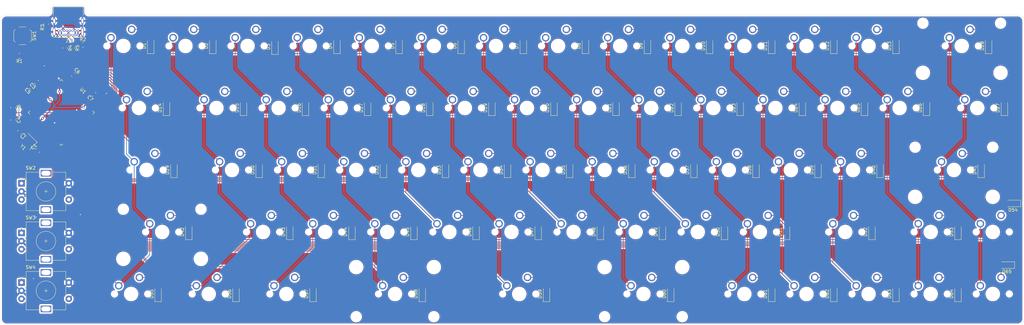
<source format=kicad_pcb>
(kicad_pcb (version 20240108) (generator "pcbnew") (generator_version "8.0")
  (layers (0 "F.Cu" signal) (31 "B.Cu" signal) (34 "B.Paste" user) (35 "F.Paste" user) (36 "B.SilkS" user "B.Silkscreen") (37 "F.SilkS" user "F.Silkscreen") (38 "B.Mask" user) (39 "F.Mask" user) (44 "Edge.Cuts" user))
  (net 0 "")
  (net 1 "GND")
  (net 2 "Net-(U1-UCAP)")
  (net 3 "Net-(U1-XTAL1)")
  (net 4 "Net-(U1-XTAL2)")
  (net 5 "+5V")
  (net 6 "Net-(D1-A)")
  (net 7 "ROW0")
  (net 8 "Net-(D2-A)")
  (net 9 "Net-(D3-A)")
  (net 10 "Net-(D4-A)")
  (net 11 "Net-(D5-A)")
  (net 12 "Net-(D6-A)")
  (net 13 "Net-(D7-A)")
  (net 14 "Net-(D8-A)")
  (net 15 "Net-(D9-A)")
  (net 16 "Net-(D10-A)")
  (net 17 "Net-(D11-A)")
  (net 18 "Net-(D12-A)")
  (net 19 "Net-(D13-A)")
  (net 20 "Net-(D14-A)")
  (net 21 "ROW1")
  (net 22 "Net-(D15-A)")
  (net 23 "Net-(D16-A)")
  (net 24 "Net-(D17-A)")
  (net 25 "Net-(D18-A)")
  (net 26 "Net-(D19-A)")
  (net 27 "Net-(D20-A)")
  (net 28 "Net-(D21-A)")
  (net 29 "Net-(D22-A)")
  (net 30 "Net-(D23-A)")
  (net 31 "Net-(D24-A)")
  (net 32 "Net-(D25-A)")
  (net 33 "Net-(D26-A)")
  (net 34 "Net-(D27-A)")
  (net 35 "Net-(D28-A)")
  (net 36 "Net-(D29-A)")
  (net 37 "ROW2")
  (net 38 "Net-(D30-A)")
  (net 39 "Net-(D31-A)")
  (net 40 "Net-(D32-A)")
  (net 41 "Net-(D33-A)")
  (net 42 "Net-(D34-A)")
  (net 43 "Net-(D35-A)")
  (net 44 "Net-(D36-A)")
  (net 45 "Net-(D37-A)")
  (net 46 "Net-(D38-A)")
  (net 47 "Net-(D39-A)")
  (net 48 "Net-(D40-A)")
  (net 49 "Net-(D41-A)")
  (net 50 "ROW3")
  (net 51 "Net-(D42-A)")
  (net 52 "Net-(D43-A)")
  (net 53 "Net-(D44-A)")
  (net 54 "Net-(D45-A)")
  (net 55 "Net-(D46-A)")
  (net 56 "Net-(D47-A)")
  (net 57 "Net-(D48-A)")
  (net 58 "Net-(D49-A)")
  (net 59 "Net-(D50-A)")
  (net 60 "Net-(D51-A)")
  (net 61 "Net-(D52-A)")
  (net 62 "Net-(D53-A)")
  (net 63 "Net-(D54-A)")
  (net 64 "ROW4")
  (net 65 "Net-(D55-A)")
  (net 66 "Net-(D56-A)")
  (net 67 "Net-(D57-A)")
  (net 68 "Net-(D58-A)")
  (net 69 "Net-(D59-A)")
  (net 70 "Net-(D60-A)")
  (net 71 "Net-(D61-A)")
  (net 72 "Net-(D62-A)")
  (net 73 "Net-(D63-A)")
  (net 74 "Net-(D64-A)")
  (net 75 "Net-(D65-A)")
  (net 76 "D-")
  (net 78 "D+")
  (net 79 "Net-(J1-CC2)")
  (net 80 "Net-(J1-CC1)")
  (net 82 "Net-(U1-D+)")
  (net 83 "Net-(U1-D-)")
  (net 84 "Net-(U1-~{RESET})")
  (net 85 "COL0")
  (net 86 "COL1")
  (net 87 "COL2")
  (net 88 "COL3")
  (net 89 "COL4")
  (net 90 "COL5")
  (net 91 "COL6")
  (net 92 "COL7")
  (net 93 "COL8")
  (net 94 "COL9")
  (net 95 "COL10")
  (net 96 "COL11")
  (net 97 "COL12")
  (net 98 "COL13")
  (net 99 "ENC_SW1")
  (net 100 "ENC_A1")
  (net 101 "ENC_B1")
  (net 102 "ENC_A2")
  (net 103 "ENC_SW2")
  (net 104 "ENC_B2")
  (net 105 "ENC_B3")
  (net 106 "ENC_A3")
  (net 107 "ENC_SW3")
  (net 108 "Net-(U1-PE2{slash}~{HWB})")
  (footprint "PCM_marbastlib-mx:SW_MX_1u" (layer "F.Cu") (at 365.431244 191.773449)
    (property "Reference" "SW3_7" (hide yes))
    (property "Value" "1u")
  )
  (footprint "PCM_marbastlib-mx:STAB_MX_2.25u" (layer "F.Cu") (at 220.174994 191.773449)
    (property "Reference" "S1" (hide yes))
    (property "Value" "MX_stab")
  )
  (footprint "PCM_marbastlib-mx:SW_MX_1u" (layer "F.Cu") (at 241.603086 172.722587)
    (property "Reference" "SW2_1" (hide yes))
    (property "Value" "1u")
  )
  (footprint "PCM_marbastlib-mx:SW_MX_1u" (layer "F.Cu") (at 398.78 134.62)
    (property "Reference" "SW0_10" (hide yes))
    (property "Value" "1u")
  )
  (footprint "Resistor_SMD:R_0805_2012Metric" (layer "F.Cu") (at 181.999616 166.740697 45)
    (property "Reference" "C1")
    (property "Value" "22pF")
  )
  (footprint "Diode_SMD:D_SOD-123" (layer "F.Cu") (at 302.26 153.67 90)
    (property "Reference" "D18")
    (property "Value" "D_Small")
  )
  (footprint "PCM_marbastlib-mx:SW_MX_1u" (layer "F.Cu") (at 289.231244 191.773449)
    (property "Reference" "SW3_3" (hide yes))
    (property "Value" "1u")
  )
  (footprint "Diode_SMD:D_SOD-123" (layer "F.Cu") (at 376.174 210.82 90)
    (property "Reference" "D60")
    (property "Value" "D_Small")
  )
  (footprint "PCM_marbastlib-mx:SW_MX_1.75u" (layer "F.Cu") (at 215.4174 172.72)
    (property "Reference" "SW2_0" (hide yes))
    (property "Value" "1.75u")
  )
  (footprint "PCM_marbastlib-mx:SW_MX_1u" (layer "F.Cu") (at 208.28 134.62)
    (property "Reference" "SW0_0" (hide yes))
    (property "Value" "1u")
  )
  (footprint "Rotary_Encoder:RotaryEncoder_Alps_EC11E-Switch_Vertical_H20mm" (layer "F.Cu") (at 177.031 192.066)
    (property "Reference" "SW3")
    (property "Value" "RotaryEncoder_Switch")
  )
  (footprint "PCM_marbastlib-mx:SW_MX_1u" (layer "F.Cu") (at 274.942471 153.67)
    (property "Reference" "SW1_3" (hide yes))
    (property "Value" "1u")
  )
  (footprint "Diode_SMD:D_SOD-123" (layer "F.Cu") (at 388.112 134.62 90)
    (property "Reference" "D10")
    (property "Value" "D_Small")
  )
  (footprint "Diode_SMD:D_SOD-123" (layer "F.Cu") (at 359.41 153.67 90)
    (property "Reference" "D21")
    (property "Value" "D_Small")
  )
  (footprint "PCM_marbastlib-mx:SW_MX_1u" (layer "F.Cu") (at 317.803086 172.722587)
    (property "Reference" "SW2_5" (hide yes))
    (property "Value" "1u")
  )
  (footprint "Diode_SMD:D_SOD-123" (layer "F.Cu") (at 364.236 172.72 90)
    (property "Reference" "D36")
    (property "Value" "D_Small")
  )
  (footprint "Diode_SMD:D_SOD-123" (layer "F.Cu") (at 326.136 172.72 90)
    (property "Reference" "D34")
    (property "Value" "D_Small")
  )
  (footprint "PCM_marbastlib-mx:SW_MX_1u" (layer "F.Cu") (at 336.853086 172.722587)
    (property "Reference" "SW2_6" (hide yes))
    (property "Value" "1u")
  )
  (footprint "PCM_marbastlib-mx:SW_MX_1u" (layer "F.Cu") (at 379.73 134.62)
    (property "Reference" "SW0_9" (hide yes))
    (property "Value" "1u")
  )
  (footprint "PCM_marbastlib-mx:SW_MX_1u" (layer "F.Cu") (at 394.003086 172.722587)
    (property "Reference" "SW2_9" (hide yes))
    (property "Value" "1u")
  )
  (footprint "Diode_SMD:D_SOD-123" (layer "F.Cu") (at 228.346 191.77 90)
    (property "Reference" "D42")
    (property "Value" "D_Small")
  )
  (footprint "PCM_marbastlib-mx:SW_MX_1u" (layer "F.Cu") (at 293.992471 153.67)
    (property "Reference" "SW1_4" (hide yes))
    (property "Value" "1u")
  )
  (footprint "Package_QFP:TQFP-64_14x14mm_P0.8mm" (layer "F.Cu") (at 189.23 155.067 -45)
    (property "Reference" "U1")
    (property "Value" "AT90USB1286-A")
  )
  (footprint "PCM_marbastlib-mx:SW_MX_1u" (layer "F.Cu") (at 389.242471 153.67)
    (property "Reference" "SW1_9" (hide yes))
    (property "Value" "1u")
  )
  (footprint "PCM_marbastlib-mx:SW_MX_1u" (layer "F.Cu") (at 270.181244 191.773449)
    (property "Reference" "SW3_2" (hide yes))
    (property "Value" "1u")
  )
  (footprint "PCM_marbastlib-mx:SW_MX_1u" (layer "F.Cu") (at 284.48 134.62)
    (property "Reference" "SW0_4" (hide yes))
    (property "Value" "1u")
  )
  (footprint "Rotary_Encoder:RotaryEncoder_Alps_EC11E-Switch_Vertical_H20mm" (layer "F.Cu") (at 177.031 176.816)
    (property "Reference" "SW2")
    (property "Value" "RotaryEncoder_Switch")
  )
  (footprint "PCM_marbastlib-mx:SW_MX_1u" (layer "F.Cu") (at 417.83 210.825898)
    (property "Reference" "SW4_7" (hide yes))
    (property "Value" "1u")
  )
  (footprint "Resistor_SMD:R_0805_2012Metric" (layer "F.Cu") (at 181.641 145.7255 135)
    (property "Reference" "C3")
    (property "Value" "1uF")
  )
  (footprint "Diode_SMD:D_SOD-123" (layer "F.Cu") (at 345.186 172.72 90)
    (property "Reference" "D35")
    (property "Value" "D_Small")
  )
  (footprint "PCM_marbastlib-mx:SW_MX_1u" (layer "F.Cu") (at 260.653086 172.722587)
    (property "Reference" "SW2_2" (hide yes))
    (property "Value" "1u")
  )
  (footprint "PCM_marbastlib-mx:SW_MX_1u" (layer "F.Cu") (at 370.192471 153.67)
    (property "Reference" "SW1_8" (hide yes))
    (property "Value" "1u")
  )
  (footprint "Diode_SMD:D_SOD-123" (layer "F.Cu") (at 316.484 191.77 90)
    (property "Reference" "D46")
    (property "Value" "D_Small")
  )
  (footprint "Resistor_SMD:R_0805_2012Metric" (layer "F.Cu") (at 184.5775 127.918 90)
    (property "Reference" "R3")
    (property "Value" "5.1k")
  )
  (footprint "PCM_marbastlib-mx:SW_MX_1u" (layer "F.Cu") (at 227.33 134.62)
    (property "Reference" "SW0_1" (hide yes))
    (property "Value" "1u")
  )
  (footprint "Diode_SMD:D_SOD-123" (layer "F.Cu") (at 311.912 134.62 90)
    (property "Reference" "D6")
    (property "Value" "D_Small")
  )
  (footprint "PCM_marbastlib-mx:SW_MX_1u" (layer "F.Cu") (at 291.618311 210.822449)
    (property "Reference" "SW4_3" (hide yes))
    (property "Value" "2.25u")
  )
  (footprint "Connector_USB:USB_C_Receptacle_GCT_USB4085" (layer "F.Cu") (at 194.364 131.279 180)
    (property "Reference" "J1")
    (property "Value" "USB_C_Receptacle_USB2.0_16P")
  )
  (footprint "PCM_marbastlib-mx:SW_MX_1u" (layer "F.Cu") (at 313.042471 153.67)
    (property "Reference" "SW1_5" (hide yes))
    (property "Value" "1u")
  )
  (footprint "Diode_SMD:D_SOD-123" (layer "F.Cu") (at 369.062 134.62 90)
    (property "Reference" "D9")
    (property "Value" "D_Small")
  )
  (footprint "Diode_SMD:D_SOD-123" (layer "F.Cu") (at 437.896 191.77 90)
    (property "Reference" "D52")
    (property "Value" "D_Small")
  )
  (footprint "Diode_SMD:D_SOD-123" (layer "F.Cu") (at 299.974 210.82 90)
    (property "Reference" "D58")
    (property "Value" "D_Small")
  )
  (footprint "Diode_SMD:D_SOD-123" (layer "F.Cu") (at 216.662 134.62 90)
    (property "Reference" "D1")
    (property "Value" "D_Small")
  )
  (footprint "Diode_SMD:D_SOD-123" (layer "F.Cu") (at 416.56 153.67 90)
    (property "Reference" "D24")
    (property "Value" "D_Small")
  )
  (footprint "PCM_marbastlib-mx:SW_MX_1u" (layer "F.Cu") (at 374.953086 172.722587)
    (property "Reference" "SW2_8" (hide yes))
    (property "Value" "1u")
  )
  (footprint "PCM_marbastlib-mx:SW_MX_1u" (layer "F.Cu") (at 432.103086 172.722587)
    (property "Reference" "SW2_11" (hide yes))
    (property "Value" "1u")
  )
  (footprint "Diode_SMD:D_SOD-123" (layer "F.Cu") (at 321.31 153.67 90)
    (property "Reference" "D19")
    (property "Value" "D_Small")
  )
  (footprint "Diode_SMD:D_SOD-123" (layer "F.Cu") (at 407.162 134.62 90)
    (property "Reference" "D11")
    (property "Value" "D_Small")
  )
  (footprint "PCM_marbastlib-mx:SW_MX_1u" (layer "F.Cu") (at 322.58 134.62)
    (property "Reference" "SW0_6" (hide yes))
    (property "Value" "1u")
  )
  (footprint "PCM_marbastlib-mx:STAB_MX_2.25u" (layer "F.Cu") (at 463.065686 172.722587)
    (property "Reference" "S2" (hide yes))
    (property "Value" "MX_stab")
  )
  (footprint "PCM_marbastlib-mx:SW_MX_1u" (layer "F.Cu") (at 355.903086 172.722587)
    (property "Reference" "SW2_7" (hide yes))
    (property "Value" "1u")
  )
  (footprint "Diode_SMD:D_SOD-123" (layer "F.Cu") (at 273.812 134.62 90)
    (property "Reference" "D4")
    (property "Value" "D_Small")
  )
  (footprint "Diode_SMD:D_SOD-123" (layer "F.Cu") (at 464.312 191.77 90)
    (property "Reference" "D53")
    (property "Value" "D_Small")
  )
  (footprint "PCM_marbastlib-mx:SW_MX_1u" (layer "F.Cu") (at 327.331244 191.773449)
    (property "Reference" "SW3_5" (hide yes))
    (property "Value" "1u")
  )
  (footprint "Diode_SMD:D_SOD-123" (layer "F.Cu") (at 259.334 191.77 90)
    (property "Reference" "D43")
    (property "Value" "D_Small")
  )
  (footprint "Diode_SMD:D_SOD-123" (layer "F.Cu") (at 426.212 210.82 90)
    (property "Reference" "D62")
    (property "Value" "D_Small")
  )
  (footprint "PCM_marbastlib-mx:SW_MX_1u" (layer "F.Cu") (at 346.381244 191.773449)
    (property "Reference" "SW3_6" (hide yes))
    (property "Value" "1u")
  )
  (footprint "PCM_marbastlib-mx:SW_MX_1u" (layer "F.Cu") (at 436.88 134.62)
    (property "Reference" "SW0_12" (hide yes))
    (property "Value" "1u")
  )
  (footprint "Diode_SMD:D_SOD-123" (layer "F.Cu") (at 478.536 153.67 90)
    (property "Reference" "D27")
    (property "Value" "D_Small")
  )
  (footprint "Diode_SMD:D_SOD-123" (layer "F.Cu") (at 378.46 153.67 90)
    (property "Reference" "D22")
    (property "Value" "D_Small")
  )
  (footprint "Resistor_SMD:R_0805_2012Metric" (layer "F.Cu") (at 192.532 135.255 -90)
    (property "Reference" "R5")
    (property "Value" "22")
  )
  (footprint "PCM_marbastlib-mx:SW_MX_1u" (layer "F.Cu") (at 308.281244 191.773449)
    (property "Reference" "SW3_4" (hide yes))
    (property "Value" "1u")
  )
  (footprint "PCM_marbastlib-mx:SW_MX_1u" (layer "F.Cu") (at 474.98 210.825898)
    (property "Reference" "SW4_10" (hide yes))
    (property "Value" "1u")
  )
  (footprint "Diode_SMD:D_SOD-123" (layer "F.Cu") (at 266.446 210.82 90)
    (property "Reference" "D57")
    (property "Value" "D_Small")
  )
  (footprint "PCM_marbastlib-mx:SW_MX_1u" (layer "F.Cu") (at 279.703086 172.722587)
    (property "Reference" "SW2_3" (hide yes))
    (property "Value" "1u")
  )
  (footprint "Resistor_SMD:R_0805_2012Metric" (layer "F.Cu") (at 176.426501 137.645 180)
    (property "Reference" "R1")
    (property "Value" "10k")
  )
  (footprint "Diode_SMD:D_SOD-123" (layer "F.Cu") (at 235.712 134.62 90)
    (property "Reference" "D2")
    (property "Value" "D_Small")
  )
  (footprint "PCM_marbastlib-mx:SW_MX_1u" (layer "F.Cu") (at 408.292471 153.67)
    (property "Reference" "SW1_10" (hide yes))
    (property "Value" "1u")
  )
  (footprint "PCM_marbastlib-mx:SW_MX_1u" (layer "F.Cu") (at 427.342471 153.67)
    (property "Reference" "SW1_11" (hide yes))
    (property "Value" "1u")
  )
  (footprint "PCM_marbastlib-mx:SW_MX_1u" (layer "F.Cu") (at 455.93 191.77)
    (property "Reference" "SW3_11" (hide yes))
    (property "Value" "1u")
  )
  (footprint "Diode_SMD:D_SOD-123" (layer "F.Cu") (at 473.71 134.62 90)
    (property "Reference" "D28")
    (property "Value" "D_Small")
  )
  (footprint "Rotary_Encoder:RotaryEncoder_Alps_EC11E-Switch_Vertical_H20mm" (layer "F.Cu") (at 177.031 207.316)
    (property "Reference" "SW4")
    (property "Value" "RotaryEncoder_Switch")
  )
  (footprint "Diode_SMD:D_SOD-123" (layer "F.Cu") (at 479.298 201.93 180)
    (property "Reference" "D65")
    (property "Value" "D_Small")
  )
  (footprint "PCM_marbastlib-mx:STAB_MX_2.25u" (layer "F.Cu") (at 367.818311 210.822449 180)
    (property "Reference" "S4" (hide yes))
    (property "Value" "MX_stab")
  )
  (footprint "Crystal:Crystal_SMD_3225-4Pin_3.2x2.5mm" (layer "F.Cu") (at 179.246142 163.987223 135)
    (property "Reference" "Y1")
    (property "Value" "16MHz")
  )
  (footprint "Diode_SMD:D_SOD-123" (layer "F.Cu") (at 402.336 172.72 90)
    (property "Reference" "D38")
    (property "Value" "D_Small")
  )
  (footprint "PCM_marbastlib-mx:SW_MX_1u" (layer "F.Cu") (at 367.818311 210.822449)
    (property "Reference" "SW4_5" (hide yes))
    (property "Value" "2.25u")
  )
  (footprint "Diode_SMD:D_SOD-123" (layer "F.Cu") (at 373.634 191.77 90)
    (property "Reference" "D49")
    (property "Value" "D_Small")
  )
  (footprint "Diode_SMD:D_SOD-123" (layer "F.Cu") (at 340.36 153.67 90)
    (property "Reference" "D20")
    (property "Value" "D_Small")
  )
  (footprint "Resistor_SMD:R_0805_2012Metric" (layer "F.Cu") (at 195.8805 134.268)
    (property "Reference" "R2")
    (property "Value" "5.1k")
  )
  (footprint "Diode_SMD:D_SOD-123" (layer "F.Cu") (at 297.434 191.77 90)
    (property "Reference" "D45")
    (property "Value" "D_Small")
  )
  (footprint "Diode_SMD:D_SOD-123" (layer "F.Cu") (at 223.774 172.72 90)
    (property "Reference" "D29")
    (property "Value" "D_Small")
  )
  (footprint "PCM_marbastlib-mx:SW_MX_1u" (layer "F.Cu") (at 341.63 134.62)
    (property "Reference" "SW0_7" (hide yes))
    (property "Value" "1u")
  )
  (footprint "PCM_marbastlib-mx:SW_MX_1u" (layer "F.Cu") (at 455.93 210.825898)
    (property "Reference" "SW4_9" (hide yes))
    (property "Value" "1u")
  )
  (footprint "PCM_marbastlib-mx:SW_MX_1.75u" (layer "F.Cu") (at 429.720055 191.775173)
    (property "Reference" "SW3_10" (hide yes))
    (property "Value" "1.75u")
  )
  (footprint "Diode_SMD:D_SOD-123" (layer "F.Cu") (at 411.734 191.77 90)
    (property "Reference" "D51")
    (property "Value" "D_Small")
  )
  (footprint "PCM_marbastlib-mx:SW_MX_1u" (layer "F.Cu") (at 251.131244 191.773449)
    (property "Reference" "SW3_1" (hide yes))
    (property "Value" "1u")
  )
  (footprint "Diode_SMD:D_SOD-123" (layer "F.Cu") (at 440.436 172.72 90)
    (property "Reference" "D40")
    (property "Value" "D_Small")
  )
  (footprint "Diode_SMD:D_SOD-123" (layer "F.Cu") (at 218.948 210.82 90)
    (property "Reference" "D55")
    (property "Value" "D_Small")
  )
  (footprint "Diode_SMD:D_SOD-123" (layer "F.Cu") (at 421.386 172.72 90)
    (property "Reference" "D39")
    (property "Value" "D_Small")
  )
  (footprint "Diode_SMD:D_SOD-123" (layer "F.Cu") (at 278.384 191.77 90)
    (property "Reference" "D44")
    (property "Value" "D_Small")
  )
  (footprint "Diode_SMD:D_SOD-123" (layer "F.Cu") (at 221.488 153.67 90)
    (property "Reference" "D14")
    (property "Value" "D_Small")
  )
  (footprint "PCM_marbastlib-mx:SW_MX_1u" (layer "F.Cu") (at 384.481244 191.773449)
    (property "Reference" "SW3_8" (hide yes))
    (property "Value" "1u")
  )
  (footprint "Diode_SMD:D_SOD-123" (layer "F.Cu") (at 335.534 191.77 90)
    (property "Reference" "D47")
    (property "Value" "D_Small")
  )
  (footprint "PCM_marbastlib-mx:SW_MX_1u" (layer "F.Cu") (at 417.83 134.62)
    (property "Reference" "SW0_11" (hide yes))
    (property "Value" "1u")
  )
  (footprint "Diode_SMD:D_SOD-123" (layer "F.Cu") (at 264.16 153.67 90)
    (property "Reference" "D16")
    (property "Value" "D_Small")
  )
  (footprint "Diode_SMD:D_SOD-123" (layer "F.Cu") (at 307.086 172.72 90)
    (property "Reference" "D33")
    (property "Value" "D_Small")
  )
  (footprint "Diode_SMD:D_SOD-123" (layer "F.Cu") (at 481.18709 183.007 180)
    (property "Reference" "D54")
    (property "Value" "D_Small")
  )
  (footprint "Diode_SMD:D_SOD-123" (layer "F.Cu") (at 283.21 153.67 90)
    (property "Reference" "D17")
    (property "Value" "D_Small")
  )
  (footprint "Diode_SMD:D_SOD-123" (layer "F.Cu") (at 464.312 210.82 90)
    (property "Reference" "D64")
    (property "Value" "D_Small")
  )
  (footprint "PCM_marbastlib-mx:SW_MX_1u" (layer "F.Cu") (at 236.842471 153.67)
    (property "Reference" "SW1_1" (hide yes))
    (property "Value" "1u")
  )
  (footprint "Resistor_SMD:R_0805_2012Metric" (layer "F.Cu") (at 174.518928 153.600687 -90)
    (property "Reference" "R6")
    (property "Value" "10k")
  )
  (footprint "Diode_SMD:D_SOD-123" (layer "F.Cu") (at 392.684 191.77 90)
    (property "Reference" "D50")
    (property "Value" "D_Small")
  )
  (footprint "Resistor_SMD:R_0805_2012Metric" (layer "F.Cu") (at 192.923693 143.430452 -45)
    (property "Reference" "C6")
    (property "Value" "0.1uF")
  )
  (footprint "PCM_marbastlib-mx:SW_MX_1u" (layer "F.Cu") (at 246.38 134.62)
    (property "Reference" "SW0_2" (hide yes))
    (property "Value" "1u")
  )
  (footprint "Diode_SMD:D_SOD-123" (layer "F.Cu") (at 249.936 172.72 90)
    (property "Reference" "D30")
    (property "Value" "D_Small")
  )
  (footprint "PCM_marbastlib-mx:SW_MX_1u" (layer "F.Cu") (at 298.753086 172.722587)
    (property "Reference" "SW2_4" (hide yes))
    (property "Value" "1u")
  )
  (footprint "PCM_marbastlib-mx:SW_MX_1.25u" (layer "F.Cu") (at 210.65673 210.822449)
    (property "Reference" "SW4_0" (hide yes))
    (property "Value" "1.25u")
  )
  (footprint "Diode_SMD:D_SOD-123" (layer "F.Cu") (at 383.286 172.72 90)
    (property "Reference" "D37")
    (property "Value" "D_Small")
  )
  (footprint "Diode_SMD:D_SOD-123" (layer "F.Cu") (at 397.51 153.67 90)
    (property "Reference" "D23")
    (property "Value" "D_Small")
  )
  (footprint "PCM_marbastlib-mx:SW_MX_1.25u" (layer "F.Cu") (at 234.468311 210.822449)
    (property "Reference" "SW4_1" (hide yes))
    (property "Value" "1.25u")
  )
  (footprint "PCM_marbastlib-mx:SW_MX_1.25u" (layer "F.Cu") (at 258.28529 210.822449)
    (property "Reference" "SW4_2" (hide yes))
    (property "Value" "1.25u")
  )
  (footprint "PCM_marbastlib-mx:SW_MX_1u" (layer "F.Cu") (at 403.531244 191.773449)
    (property "Reference" "SW3_9" (hide yes))
    (property "Value" "1u")
  )
  (footprint "Resistor_SMD:R_0805_2012Metric" (layer "F.Cu") (at 190.373 135.255 -90)
    (property "Reference" "R4")
    (property "Value" "22")
  )
  (footprint "Diode_SMD:D_SOD-123" (layer "F.Cu") (at 288.036 172.72 90)
    (property "Reference" "D32")
    (property "Value" "D_Small")
  )
  (footprint "PCM_marbastlib-mx:SW_MX_1.5u" (layer "F.Cu") (at 213.042671 153.67)
    (property "Reference" "SW1_0" (hide yes))
    (property "Value" "1.5u")
  )
  (footprint "Resistor_SMD:R_0805_2012Metric" (layer "F.Cu") (at 176.431857 161.172938 -135)
    (property "Reference" "C2")
    (property "Value" "22pF")
  )
  (footprint "Diode_SMD:D_SOD-123" (layer "F.Cu") (at 350.012 134.62 90)
    (property "Reference" "D8")
    (property "Value" "D_Small")
  )
  (footprint "PCM_marbastlib-mx:SW_MX_1u" (layer "F.Cu") (at 463.065686 172.722587)
    (property "Reference" "SW2_12" (hide yes))
    (property "Value" "2.25u")
  )
  (footprint "Diode_SMD:D_SOD-123" (layer "F.Cu") (at 254.762 134.874 90)
    (property "Reference" "D3")
    (property "Value" "D_Small")
  )
  (footprint "Diode_SMD:D_SOD-123" (layer "F.Cu") (at 242.824 210.82 90)
    (property "Reference" "D56")
    (property "Value" "D_Small")
  )
  (footprint "PCM_marbastlib-mx:SW_MX_1u" (layer "F.Cu") (at 436.88 210.825898)
    (property "Reference" "SW4_8" (hide yes))
    (property "Value" "1u")
  )
  (footprint "Diode_SMD:D_SOD-123" (layer "F.Cu") (at 354.584 191.77 90)
    (property "Reference" "D48")
    (property "Value" "D_Small")
  )
  (footprint "PCM_marbastlib-mx:SW_MX_1u" (layer "F.Cu") (at 351.142471 153.67)
    (property "Reference" "SW1_7" (hide yes))
    (property "Value" "1u")
  )
  (footprint "PCM_marbastlib-mx:SW_MX_1u" (layer "F.Cu") (at 398.78 210.825898)
    (property "Reference" "SW4_6" (hide yes))
    (property "Value" "1u")
  )
  (footprint "PCM_marbastlib-mx:STAB_MX_2u" (layer "F.Cu") (at 465.455 134.62)
    (property "Reference" "S5" (hide yes))
    (property "Value" "MX_stab")
  )
  (footprint "PCM_marbastlib-mx:SW_MX_1u" (layer "F.Cu") (at 220.174994 191.773449)
    (property "Reference" "SW3_0" (hide yes))
    (property "Value" "2.25u")
  )
  (footprint "Diode_SMD:D_SOD-123" (layer "F.Cu") (at 330.962 134.62 90)
    (property "Reference" "D7")
    (property "Value" "D_Small")
  )
  (footprint "Diode_SMD:D_SOD-123" (layer "F.Cu") (at 435.61 153.67 90)
    (property "Reference" "D25")
    (property "Value" "D_Small")
  )
  (footprint "Resistor_SMD:R_0805_2012Metric" (layer "F.Cu") (at 174.544992 157.376952 -90)
    (property "Reference" "C4")
    (property "Value" "0.1uF")
  )
  (footprint "Diode_SMD:D_SOD-123" (layer "F.Cu") (at 292.862 134.62 90)
    (property "Reference" "D5")
    (property "Value" "D_Small")
  )
  (footprint "Diode_SMD:D_SOD-123" (layer "F.Cu") (at 454.66 153.67 90)
    (property "Reference" "D26")
    (property "Value" "D_Small")
  )
  (footprint "PCM_marbastlib-mx:SW_MX_1u" (layer "F.Cu") (at 474.98 191.77)
    (property "Reference" "SW3_12" (hide yes))
    (property "Value" "1u")
  )
  (footprint "PCM_marbastlib-mx:SW_MX_1u" (layer "F.Cu") (at 265.43 134.62)
    (property "Reference" "SW0_3" (hide yes))
    (property "Value" "1u")
  )
  (footprint "PCM_marbastlib-mx:SW_MX_1u" (layer "F.Cu") (at 465.455 134.62)
    (property "Reference" "SW0_13" (hide yes))
    (property "Value" "2u")
  )
  (footprint "PCM_marbastlib-mx:SW_MX_1.75u" (layer "F.Cu") (at 329.718311 210.822449)
    (property "Reference" "SW4_4" (hide yes))
    (property "Value" "1.75u")
  )
  (footprint "PCM_marbastlib-mx:SW_MX_1u" (layer "F.Cu") (at 332.092471 153.67)
    (property "Reference" "SW1_6" (hide yes))
    (property "Value" "1u")
  )
  (footprint "Diode_SMD:D_SOD-123" (layer "F.Cu") (at 245.11 153.67 90)
    (property "Reference" "D15")
    (property "Value" "D_Small")
  )
  (footprint "Diode_SMD:D_SOD-123" (layer "F.Cu") (at 426.212 134.62 90)
    (property "Reference" "D12")
    (property "Value" "D_Small")
  )
  (footprint "Diode_SMD:D_SOD-123" (layer "F.Cu") (at 445.262 134.62 90)
    (property "Reference" "D13")
    (property "Value" "D_Small")
  )
  (footprint "PCM_marbastlib-mx:SW_MX_1u" (layer "F.Cu") (at 446.392471 153.67)
    (property "Reference" "SW1_12" (hide yes))
    (property "Value" "1u")
  )
  (footprint "Resistor_SMD:R_0805_2012Metric" (layer "F.Cu") (at 180.096693 147.240452 135)
    (property "Reference" "C5")
    (property "Value" "0.1uF")
  )
  (footprint "Diode_SMD:D_SOD-123" (layer "F.Cu") (at 338.074 210.82 90)
    (property "Reference" "D59")
    (property "Value" "D_Small")
  )
  (footprint "PCM_marbastlib-mx:SW_MX_1u" (layer "F.Cu") (at 255.892471 153.67)
    (property "Reference" "SW1_2" (hide yes))
    (property "Value" "1u")
  )
  (footprint "PCM_marbastlib-mx:STAB_MX_2.25u" (layer "F.Cu") (at 291.618311 210.822449 180)
    (property "Reference" "S3" (hide yes))
    (property "Value" "MX_stab")
  )
  (footprint "Button_Switch_SMD:SW_SPST_SKQG_WithStem" (layer "F.Cu") (at 177.364001 131.497 -90)
    (property "Reference" "SW1")
    (property "Value" "SW_Push")
  )
  (footprint "PCM_marbastlib-mx:SW_MX_1u" (layer "F.Cu") (at 413.053086 172.722587)
    (property "Reference" "SW2_10" (hide yes))
    (property "Value" "1u")
  )
  (footprint "Resistor_SMD:R_0805_2012Metric" (layer "F.Cu") (at 199.273693 149.526452 135)
    (property "Reference" "C7")
    (property "Value" "10uF")
  )
  (footprint "PCM_marbastlib-mx:SW_MX_1.5u" (layer "F.Cu") (at 470.218149 153.67607)
    (property "Reference" "SW1_13" (hide yes))
    (property "Value" "1.5u")
  )
  (footprint "Diode_SMD:D_SOD-123" (layer "F.Cu") (at 268.986 172.72 90)
    (property "Reference" "D31")
    (property "Value" "D_Small")
  )
  (footprint "PCM_marbastlib-mx:SW_MX_1u" (layer "F.Cu") (at 303.53 134.62)
    (property "Reference" "SW0_5" (hide yes))
    (property "Value" "1u")
  )
  (footprint "PCM_marbastlib-mx:SW_MX_1u" (layer "F.Cu") (at 360.68 134.62)
    (property "Reference" "SW0_8" (hide yes))
    (property "Value" "1u")
  )
  (footprint "Diode_SMD:D_SOD-123" (layer "F.Cu") (at 445.262 210.82 90)
    (property "Reference" "D63")
    (property "Value" "D_Small")
  )
  (footprint "Diode_SMD:D_SOD-123" (layer "F.Cu") (at 471.424 172.72 90)
    (property "Reference" "D41")
    (property "Value" "D_Small")
  )
  (footprint "Diode_SMD:D_SOD-123" (layer "F.Cu") (at 407.162 210.82 90)
    (property "Reference" "D61")
    (property "Value" "D_Small")
  )
  (gr_arc (start 197.612 125.095) (mid 196.983382 124.834618) (end 196.723 124.206) (stroke (width 0.05)) (layer "Edge.Cuts"))
  (gr_arc (start 170.561 127) (mid 171.118962 125.652962) (end 172.466 125.095) (stroke (width 0.05)) (layer "Edge.Cuts"))
  (gr_line (start 186.055 122.936) (end 186.061382 124.212382) (stroke (width 0.05)) (layer "Edge.Cuts"))
  (gr_arc (start 186.055 122.936) (mid 186.315382 122.307382) (end 186.944 122.047) (stroke (width 0.05)) (layer "Edge.Cuts"))
  (gr_arc (start 172.466 220.345002) (mid 171.118962 219.78704) (end 170.561 218.440002) (stroke (width 0.05)) (layer "Edge.Cuts"))
  (gr_arc (start 186.061382 124.212382) (mid 185.801 124.841) (end 185.172382 125.101382) (stroke (width 0.05)) (layer "Edge.Cuts"))
  (gr_line (start 170.561 218.440002) (end 170.561 127) (stroke (width 0.05)) (layer "Edge.Cuts"))
  (gr_line (start 186.944 122.047) (end 195.834 122.047) (stroke (width 0.05)) (layer "Edge.Cuts"))
  (gr_arc (start 484.505002 218.440002) (mid 483.94704 219.78704) (end 482.600002 220.345002) (stroke (width 0.05)) (layer "Edge.Cuts"))
  (gr_arc (start 482.600002 125.095) (mid 483.94704 125.652962) (end 484.505002 127) (stroke (width 0.05)) (layer "Edge.Cuts"))
  (gr_line (start 484.505002 127) (end 484.505002 218.440002) (stroke (width 0.05)) (layer "Edge.Cuts"))
  (gr_line (start 185.172382 125.101382) (end 172.466 125.095) (stroke (width 0.05)) (layer "Edge.Cuts"))
  (gr_line (start 197.612 125.095) (end 482.600002 125.095) (stroke (width 0.05)) (layer "Edge.Cuts"))
  (gr_line (start 196.723 122.936) (end 196.723 124.206) (stroke (width 0.05)) (layer "Edge.Cuts"))
  (gr_arc (start 195.834 122.047) (mid 196.462618 122.307382) (end 196.723 122.936) (stroke (width 0.05)) (layer "Edge.Cuts"))
  (gr_line (start 482.600002 220.345002) (end 172.466 220.345002) (stroke (width 0.05)) (layer "Edge.Cuts"))
  (segment (start 179.214002 128.397) (end 181.102 128.397) (width 0.38) (layer "F.Cu") (net 1))
  (segment (start 181.528121 159.940452) (end 182.371064 159.097509) (width 0.38) (layer "F.Cu") (net 1))
  (segment (start 174.307355 162.272842) (end 174.307355 161.195211) (width 0.38) (layer "F.Cu") (net 1))
  (segment (start 175.295184 160.207383) (end 176.756772 160.207383) (width 0.38) (layer "F.Cu") (net 1))
  (segment (start 182.4935 127.0055) (end 184.5775 127.0055) (width 0.38) (layer "F.Cu") (net 1))
  (segment (start 184.5775 127.0055) (end 186.9775 127.0055) (width 0.38) (layer "F.Cu") (net 1))
  (segment (start 188.414 129.929) (end 187.434 129.929) (width 0.38) (layer "F.Cu") (net 1))
  (segment (start 174.518928 152.688187) (end 173.111693 154.095422) (width 0.38) (layer "F.Cu") (net 1))
  (segment (start 196.105523 152.151275) (end 196.654621 151.602177) (width 0.38) (layer "F.Cu") (net 1))
  (segment (start 180.995765 145.080265) (end 181.375578 144.700452) (width 0.38) (layer "F.Cu") (net 1))
  (segment (start 179.246496 165.189659) (end 179.422919 165.366081) (width 0.38) (layer "F.Cu") (net 1))
  (segment (start 195.714 131.6885) (end 196.793 132.7675) (width 0.38) (layer "F.Cu") (net 1))
  (segment (start 190.5 147.05976) (end 190.448668 147.008428) (width 0.38) (layer "F.Cu") (net 1))
  (segment (start 180.94087 160.527703) (end 177.077092 160.527703) (width 0.38) (layer "F.Cu") (net 1))
  (segment (start 195.591516 152.151275) (end 196.105523 152.151275) (width 0.38) (layer "F.Cu") (net 1))
  (segment (start 192.867403 144.075687) (end 190.997767 145.945323) (width 0.38) (layer "F.Cu") (net 1))
  (segment (start 176.957992 158.289452) (end 178.608992 159.940452) (width 0.38) (layer "F.Cu") (net 1))
  (segment (start 178.608992 159.940452) (end 181.528121 159.940452) (width 0.38) (layer "F.Cu") (net 1))
  (segment (start 182.371064 159.097509) (end 180.94087 160.527703) (width 0.38) (layer "F.Cu") (net 1))
  (segment (start 173.111693 156.856153) (end 174.544992 158.289452) (width 0.38) (layer "F.Cu") (net 1))
  (segment (start 195.714 130.299) (end 195.714 131.6885) (width 0.38) (layer "F.Cu") (net 1))
  (segment (start 190.448668 146.494422) (end 190.448668 147.008428) (width 0.38) (layer "F.Cu") (net 1))
  (segment (start 193.568928 144.075687) (end 192.867403 144.075687) (width 0.38) (layer "F.Cu") (net 1))
  (segment (start 194.734 131.279) (end 195.714 130.299) (width 0.38) (layer "F.Cu") (net 1))
  (segment (start 179.480813 146.595217) (end 180.995765 145.080265) (width 0.38) (layer "F.Cu") (net 1))
  (segment (start 182.382693 144.700452) (end 183.525693 145.843452) (width 0.38) (layer "F.Cu") (net 1))
  (segment (start 179.422919 165.366081) (end 181.354381 167.297543) (width 0.38) (layer "F.Cu") (net 1))
  (segment (start 174.307355 161.195211) (end 175.295184 160.207383) (width 0.38) (layer "F.Cu") (net 1))
  (segment (start 176.756772 160.207383) (end 177.077092 160.527703) (width 0.38) (layer "F.Cu") (net 1))
  (segment (start 194.364 131.279) (end 194.734 131.279) (width 0.38) (layer "F.Cu") (net 1))
  (segment (start 179.069365 162.608365) (end 179.246496 162.785496) (width 0.38) (layer "F.Cu") (net 1))
  (segment (start 198.628458 148.881217) (end 198.628458 149.62834) (width 0.38) (layer "F.Cu") (net 1))
  (segment (start 186.9775 127.0055) (end 187.064 126.919) (width 0.38) (layer "F.Cu") (net 1))
  (segment (start 174.544992 158.289452) (end 176.957992 158.289452) (width 0.38) (layer "F.Cu") (net 1))
  (segment (start 196.793 132.7675) (end 196.793 134.268) (width 0.38) (layer "F.Cu") (net 1))
  (segment (start 183.525693 146.534266) (end 185.199491 148.208064) (width 0.38) (layer "F.Cu") (net 1))
  (segment (start 185.199491 148.208064) (end 186.851427 149.86) (width 0.38) (layer "F.Cu") (net 1))
  (segment (start 181.102 128.397) (end 182.4935 127.0055) (width 0.38) (layer "F.Cu") (net 1))
  (segment (start 193.951798 154.305) (end 196.654621 151.602177) (width 0.38) (layer "F.Cu") (net 1))
  (segment (start 190.5 148.59) (end 190.5 147.05976) (width 0.38) (layer "F.Cu") (net 1))
  (segment (start 187.198 158.242) (end 183.226573 158.242) (width 0.38) (layer "F.Cu") (net 1))
  (segment (start 173.111693 154.095422) (end 173.111693 156.856153) (width 0.38) (layer "F.Cu") (net 1))
  (segment (start 187.434 129.929) (end 187.064 130.299) (width 0.38) (layer "F.Cu") (net 1))
  (segment (start 179.451458 146.595217) (end 179.480813 146.595217) (width 0.38) (layer "F.Cu") (net 1))
  (segment (start 181.354381 167.297543) (end 181.354381 167.385932) (width 0.38) (layer "F.Cu") (net 1))
  (segment (start 190.997767 145.945323) (end 190.448668 146.494422) (width 0.38) (layer "F.Cu") (net 1))
  (segment (start 190.448668 147.008428) (end 195.591516 152.151275) (width 0.38) (layer "F.Cu") (net 1))
  (segment (start 186.851427 149.86) (end 189.23 149.86) (width 0.38) (layer "F.Cu") (net 1))
  (segment (start 188.044 131.279) (end 187.064 130.299) (width 0.38) (layer "F.Cu") (net 1))
  (segment (start 188.414 131.279) (end 188.044 131.279) (width 0.38) (layer "F.Cu") (net 1))
  (segment (start 179.422919 165.366081) (end 177.400595 165.366081) (width 0.38) (layer "F.Cu") (net 1))
  (segment (start 195.344 129.929) (end 195.714 130.299) (width 0.38) (layer "F.Cu") (net 1))
  (segment (start 194.364 129.929) (end 195.344 129.929) (width 0.38) (layer "F.Cu") (net 1))
  (segment (start 183.525693 145.843452) (end 183.525693 146.534266) (width 0.38) (layer "F.Cu") (net 1))
  (segment (start 189.23 149.86) (end 190.5 148.59) (width 0.38) (layer "F.Cu") (net 1))
  (segment (start 177.400595 165.366081) (end 174.307355 162.272842) (width 0.38) (layer "F.Cu") (net 1))
  (segment (start 181.375578 144.700452) (end 182.382693 144.700452) (width 0.38) (layer "F.Cu") (net 1))
  (segment (start 179.246496 162.785496) (end 179.246496 165.189659) (width 0.38) (layer "F.Cu") (net 1))
  (segment (start 198.628458 149.62834) (end 196.654621 151.602177) (width 0.38) (layer "F.Cu") (net 1))
  (segment (start 183.226573 158.242) (end 182.371064 159.097509) (width 0.38) (layer "F.Cu") (net 1))
  (via (at 181.483 187.198) (size 0.6) (drill 0.3) (layers "F.Cu" "B.Cu") (net 1))
  (via (at 187.198 158.242) (size 0.8) (drill 0.4) (layers "F.Cu" "B.Cu") (net 1))
  (via (at 193.951798 154.305) (size 0.8) (drill 0.4) (layers "F.Cu" "B.Cu") (net 1))
  (via (at 203.073 149.225) (size 0.6) (drill 0.3) (layers "F.Cu" "B.Cu") (net 1))
  (via (at 184.023 140.716) (size 0.6) (drill 0.3) (layers "F.Cu" "B.Cu") (net 1))
  (via (at 195.072 186.436) (size 0.6) (drill 0.3) (layers "F.Cu" "B.Cu") (net 1))
  (via (at 180.721 206.121) (size 0.6) (drill 0.3) (layers "F.Cu" "B.Cu") (net 1))
  (segment (start 189.031 179.316) (end 191.531 176.816) (width 0.38) (layer "B.Cu") (net 1))
  (segment (start 177.031 179.316) (end 175.133 181.214) (width 0.38) (layer "B.Cu") (net 1))
  (segment (start 175.133 181.214) (end 175.133 192.948) (width 0.38) (layer "B.Cu") (net 1))
  (segment (start 190.014798 158.242) (end 193.951798 154.305) (width 0.38) (layer "B.Cu") (net 1))
  (segment (start 187.198 158.242) (end 190.014798 158.242) (width 0.38) (layer "B.Cu") (net 1))
  (segment (start 188.414 129.929) (end 188.414 131.279) (width 0.38) (layer "B.Cu") (net 1))
  (segment (start 189.031 194.566) (end 191.531 192.066) (width 0.38) (layer "B.Cu") (net 1))
  (segment (start 177.031 209.816) (end 189.031 209.816) (width 0.38) (layer "B.Cu") (net 1))
  (segment (start 177.031 194.566) (end 189.031 194.566) (width 0.38) (layer "B.Cu") (net 1))
  (segment (start 175.133 192.948) (end 176.751 194.566) (width 0.38) (layer "B.Cu") (net 1))
  (segment (start 177.031 179.316) (end 189.031 179.316) (width 0.38) (layer "B.Cu") (net 1))
  (segment (start 194.364 129.929) (end 194.364 131.279) (width 0.38) (layer "B.Cu") (net 1))
  (segment (start 176.751 209.816) (end 177.031 209.816) (width 0.38) (layer "B.Cu") (net 1))
  (segment (start 176.751 194.566) (end 177.031 194.566) (width 0.38) (layer "B.Cu") (net 1))
  (segment (start 177.031 194.566) (end 175.133 196.464) (width 0.38) (layer "B.Cu") (net 1))
  (segment (start 175.133 208.198) (end 176.751 209.816) (width 0.38) (layer "B.Cu") (net 1))
  (segment (start 189.031 209.816) (end 191.531 207.316) (width 0.38) (layer "B.Cu") (net 1))
  (segment (start 175.133 196.464) (end 175.133 208.198) (width 0.38) (layer "B.Cu") (net 1))
  (segment (start 184.633806 148.718306) (end 184.633806 148.77375) (width 0.2) (layer "F.Cu") (net 2))
  (segment (start 182.286235 146.370735) (end 184.633806 148.718306) (width 0.2) (layer "F.Cu") (net 2))
  (segment (start 182.644851 166.095462) (end 180.713389 164.164) (width 0.2) (layer "F.Cu") (net 3))
  (segment (start 183.502435 160.22888) (end 183.502435 160.270565) (width 0.2) (layer "F.Cu") (net 3))
  (segment (start 183.502435 160.270565) (end 181.895 161.878) (width 0.2) (layer "F.Cu") (net 3))
  (segment (start 181.895 162.894) (end 180.625 164.164) (width 0.2) (layer "F.Cu") (net 3))
  (segment (start 180.713389 164.164) (end 180.625 164.164) (width 0.2) (layer "F.Cu") (net 3))
  (segment (start 181.895 161.878) (end 181.895 162.894) (width 0.2) (layer "F.Cu") (net 3))
  (segment (start 182.93675 159.663194) (end 182.93588 159.663194) (width 0.2) (layer "F.Cu") (net 4))
  (segment (start 182.839806 159.663194) (end 182.93675 159.663194) (width 0.2) (layer "F.Cu") (net 4))
  (segment (start 177.796573 163.739736) (end 177.867284 163.810446) (width 0.2) (layer "F.Cu") (net 4))
  (segment (start 177.867284 163.810446) (end 175.87501 161.818173) (width 0.2) (layer "F.Cu") (net 4))
  (segment (start 175.87501 161.818173) (end 175.786622 161.818173) (width 0.2) (layer "F.Cu") (net 4))
  (segment (start 179.020516 161.243) (end 177.796573 162.466943) (width 0.2) (layer "F.Cu") (net 4))
  (segment (start 177.796573 162.466943) (end 177.796573 163.739736) (width 0.2) (layer "F.Cu") (net 4))
  (segment (start 182.93588 159.663194) (end 181.356074 161.243) (width 0.2) (layer "F.Cu") (net 4))
  (segment (start 181.356074 161.243) (end 179.020516 161.243) (width 0.2) (layer "F.Cu") (net 4))
  (segment (start 192.278458 142.785217) (end 192.278458 143.533261) (width 0.38) (layer "F.Cu") (net 5))
  (segment (start 192.278458 143.533261) (end 190.432082 145.379637) (width 0.38) (layer "F.Cu") (net 5))
  (segment (start 180.97675 159.360452) (end 178.917992 159.360452) (width 0.38) (layer "F.Cu") (net 5))
  (segment (start 185.801 151.072315) (end 184.06812 149.339435) (width 0.38) (layer "F.Cu") (net 5))
  (segment (start 199.216482 150.171687) (end 197.220307 152.167862) (width 0.38) (layer "F.Cu") (net 5))
  (segment (start 178.873687 147.885687) (end 180.741928 147.885687) (width 0.38) (layer "F.Cu") (net 5))
  (segment (start 184.173 137.645) (end 177.339001 137.645) (width 0.38) (layer "F.Cu") (net 5))
  (segment (start 188.722 148.59) (end 188.722 147.089719) (width 0.38) (layer "F.Cu") (net 5))
  (segment (start 189.264 132.554) (end 184.173 137.645) (width 0.38) (layer "F.Cu") (net 5))
  (segment (start 181.805379 158.531823) (end 181.828177 158.531823) (width 0.38) (layer "F.Cu") (net 5))
  (segment (start 187.445647 147.060107) (end 186.896548 146.511008) (width 0.38) (layer "F.Cu") (net 5))
  (segment (start 199.918928 150.171687) (end 199.216482 150.171687) (width 0.38) (layer "F.Cu") (net 5))
  (segment (start 178.917992 159.360452) (end 176.021992 156.464452) (width 0.38) (layer "F.Cu") (net 5))
  (segment (start 181.828177 158.531823) (end 183.515 156.845) (width 0.38) (layer "F.Cu") (net 5))
  (segment (start 189.264 131.279) (end 189.264 132.554) (width 0.38) (layer "F.Cu") (net 5))
  (segment (start 195.959514 153.414514) (end 195.973655 153.414514) (width 0.38) (layer "F.Cu") (net 5))
  (segment (start 181.805379 158.531823) (end 180.97675 159.360452) (width 0.38) (layer "F.Cu") (net 5))
  (segment (start 195.973655 153.414514) (end 197.220307 152.167862) (width 0.38) (layer "F.Cu") (net 5))
  (segment (start 182.614372 147.885687) (end 184.06812 149.339435) (width 0.38) (layer "F.Cu") (net 5))
  (segment (start 177.339001 137.645) (end 177.339001 146.351001) (width 0.38) (layer "F.Cu") (net 5))
  (segment (start 177.339001 146.351001) (end 178.873687 147.885687) (width 0.38) (layer "F.Cu") (net 5))
  (segment (start 188.722 147.089719) (end 188.751612 147.060107) (width 0.38) (layer "F.Cu") (net 5))
  (segment (start 176.021992 156.464452) (end 174.544992 156.464452) (width 0.38) (layer "F.Cu") (net 5))
  (segment (start 190.432082 145.379637) (end 188.751612 147.060107) (width 0.38) (layer "F.Cu") (net 5))
  (segment (start 180.741928 147.885687) (end 182.614372 147.885687) (width 0.38) (layer "F.Cu") (net 5))
  (segment (start 188.751612 147.060107) (end 187.445647 147.060107) (width 0.38) (layer "F.Cu") (net 5))
  (segment (start 185.801 151.13) (end 185.801 151.072315) (width 0.38) (layer "F.Cu") (net 5))
  (via (at 183.515 156.845) (size 0.8) (drill 0.4) (layers "F.Cu" "B.Cu") (net 5))
  (via (at 185.801 151.13) (size 0.8) (drill 0.4) (layers "F.Cu" "B.Cu") (net 5))
  (via (at 188.722 148.59) (size 0.8) (drill 0.4) (layers "F.Cu" "B.Cu") (net 5))
  (via (at 195.959514 153.414514) (size 0.8) (drill 0.4) (layers "F.Cu" "B.Cu") (net 5))
  (segment (start 188.722 151.412) (end 188.722 148.59) (width 0.38) (layer "B.Cu") (net 5))
  (segment (start 186.845 153.515) (end 195.859028 153.515) (width 0.38) (layer "B.Cu") (net 5))
  (segment (start 189.264 129.732481) (end 190.218481 128.778) (width 0.38) (layer "B.Cu") (net 5))
  (segment (start 186.845 153.515) (end 186.845 153.289) (width 0.38) (layer "B.Cu") (net 5))
  (segment (start 193.514 129.732481) (end 193.514 129.929) (width 0.38) (layer "B.Cu") (net 5))
  (segment (start 183.515 156.845) (end 186.845 153.515) (width 0.38) (layer "B.Cu") (net 5))
  (segment (start 186.845 153.289) (end 186.845 152.174) (width 0.38) (layer "B.Cu") (net 5))
  (segment (start 190.218481 128.778) (end 192.559519 128.778) (width 0.38) (layer "B.Cu") (net 5))
  (segment (start 189.264 129.929) (end 189.264 131.279) (width 0.38) (layer "B.Cu") (net 5))
  (segment (start 186.845 153.289) (end 188.722 151.412) (width 0.38) (layer "B.Cu") (net 5))
  (segment (start 193.514 129.929) (end 193.514 131.279) (width 0.38) (layer "B.Cu") (net 5))
  (segment (start 195.859028 153.515) (end 195.959514 153.414514) (width 0.38) (layer "B.Cu") (net 5))
  (segment (start 192.559519 128.778) (end 193.514 129.732481) (width 0.38) (layer "B.Cu") (net 5))
  (segment (start 189.264 129.929) (end 189.264 129.732481) (width 0.38) (layer "B.Cu") (net 5))
  (segment (start 186.845 152.174) (end 185.801 151.13) (width 0.38) (layer "B.Cu") (net 5))
  (segment (start 213.232 129.54) (end 216.662 132.97) (width 0.2) (layer "F.Cu") (net 6))
  (segment (start 210.82 129.54) (end 213.232 129.54) (width 0.2) (layer "F.Cu") (net 6))
  (segment (start 254.762 136.524) (end 255.2019 136.9639) (width 0.2) (layer "F.Cu") (net 7))
  (segment (start 254.3221 136.9639) (end 254.762 136.524) (width 0.2) (layer "F.Cu") (net 7))
  (segment (start 235.0181 136.9639) (end 235.712 136.27) (width 0.2) (layer "F.Cu") (net 7))
  (segment (start 216.662 136.27) (end 217.3559 136.9639) (width 0.2) (layer "F.Cu") (net 7))
  (segment (start 330.962 136.27) (end 330.2681 136.9639) (width 0.2) (layer "F.Cu") (net 7))
  (segment (start 407.8559 136.9639) (end 425.5181 136.9639) (width 0.2) (layer "F.Cu") (net 7))
  (segment (start 369.7559 136.9639) (end 387.4181 136.9639) (width 0.2) (layer "F.Cu") (net 7))
  (segment (start 407.162 136.27) (end 407.8559 136.9639) (width 0.2) (layer "F.Cu") (net 7))
  (segment (start 445.262 136.27) (end 445.9559 136.9639) (width 0.2) (layer "F.Cu") (net 7))
  (segment (start 293.8089 136.9639) (end 311.2181 136.9639) (width 0.2) (layer "F.Cu") (net 7))
  (segment (start 406.4681 136.9639) (end 407.162 136.27) (width 0.2) (layer "F.Cu") (net 7))
  (segment (start 444.5681 136.9639) (end 445.262 136.27) (width 0.2) (layer "F.Cu") (net 7))
  (segment (start 425.5181 136.9639) (end 426.212 136.27) (width 0.2) (layer "F.Cu") (net 7))
  (segment (start 197.358 141.859) (end 192.140307 147.076693) (width 0.2) (layer "F.Cu") (net 7))
  (segment (start 235.712 136.27) (end 236.4059 136.9639) (width 0.2) (layer "F.Cu") (net 7))
  (segment (start 311.2181 136.9639) (end 311.912 136.27) (width 0.2) (layer "F.Cu") (net 7))
  (segment (start 274.5059 136.9639) (end 292.1681 136.9639) (width 0.2) (layer "F.Cu") (net 7))
  (segment (start 216.662 136.27) (end 211.073 141.859) (width 0.2) (layer "F.Cu") (net 7))
  (segment (start 445.9559 136.9639) (end 473.0161 136.9639) (width 0.2) (layer "F.Cu") (net 7))
  (segment (start 350.7059 136.9639) (end 368.3681 136.9639) (width 0.2) (layer "F.Cu") (net 7))
  (segment (start 273.1181 136.9639) (end 273.812 136.27) (width 0.2) (layer "F.Cu") (net 7))
  (segment (start 426.212 136.27) (end 426.9059 136.9639) (width 0.2) (layer "F.Cu") (net 7))
  (segment (start 292.862 136.27) (end 293.115 136.27) (width 0.2) (layer "F.Cu") (net 7))
  (segment (start 273.812 136.27) (end 274.5059 136.9639) (width 0.2) (layer "F.Cu") (net 7))
  (segment (start 330.2681 136.9639) (end 312.6059 136.9639) (width 0.2) (layer "F.Cu") (net 7))
  (segment (start 350.012 136.27) (end 349.3181 136.9639) (width 0.2) (layer "F.Cu") (net 7))
  (segment (start 217.3559 136.9639) (end 235.0181 136.9639) (width 0.2) (layer "F.Cu") (net 7))
  (segment (start 331.6559 136.9639) (end 330.962 136.27) (width 0.2) (layer "F.Cu") (net 7))
  (segment (start 473.0161 136.9639) (end 473.71 136.27) (width 0.2) (layer "F.Cu") (net 7))
  (segment (start 312.6059 136.9639) (end 311.912 136.27) (width 0.2) (layer "F.Cu") (net 7))
  (segment (start 236.4059 136.9639) (end 254.3221 136.9639) (width 0.2) (layer "F.Cu") (net 7))
  (segment (start 388.112 136.27) (end 388.8059 136.9639) (width 0.2) (layer "F.Cu") (net 7))
  (segment (start 192.140307 147.076693) (end 192.129138 147.076693) (width 0.2) (layer "F.Cu") (net 7))
  (segment (start 369.062 136.27) (end 369.7559 136.9639) (width 0.2) (layer "F.Cu") (net 7))
  (segment (start 388.8059 136.9639) (end 406.4681 136.9639) (width 0.2) (layer "F.Cu") (net 7))
  (segment (start 293.115 136.27) (end 293.8089 136.9639) (width 0.2) (layer "F.Cu") (net 7))
  (segment (start 387.4181 136.9639) (end 388.112 136.27) (width 0.2) (layer "F.Cu") (net 7))
  (segment (start 350.012 136.27) (end 350.7059 136.9639) (width 0.2) (layer "F.Cu") (net 7))
  (segment (start 368.3681 136.9639) (end 369.062 136.27) (width 0.2) (layer "F.Cu") (net 7))
  (segment (start 426.9059 136.9639) (end 444.5681 136.9639) (width 0.2) (layer "F.Cu") (net 7))
  (segment (start 292.1681 136.9639) (end 292.862 136.27) (width 0.2) (layer "F.Cu") (net 7))
  (segment (start 255.2019 136.9639) (end 273.1181 136.9639) (width 0.2) (layer "F.Cu") (net 7))
  (segment (start 349.3181 136.9639) (end 331.6559 136.9639) (width 0.2) (layer "F.Cu") (net 7))
  (segment (start 211.073 141.859) (end 197.358 141.859) (width 0.2) (layer "F.Cu") (net 7))
  (segment (start 229.87 129.54) (end 232.282 129.54) (width 0.2) (layer "F.Cu") (net 8))
  (segment (start 232.282 129.54) (end 235.712 132.97) (width 0.2) (layer "F.Cu") (net 8))
  (segment (start 251.078 129.54) (end 254.762 133.224) (width 0.2) (layer "F.Cu") (net 9))
  (segment (start 248.92 129.54) (end 251.078 129.54) (width 0.2) (layer "F.Cu") (net 9))
  (segment (start 270.382 129.54) (end 273.812 132.97) (width 0.2) (layer "F.Cu") (net 10))
  (segment (start 267.97 129.54) (end 270.382 129.54) (width 0.2) (layer "F.Cu") (net 10))
  (segment (start 287.02 129.54) (end 289.432 129.54) (width 0.2) (layer "F.Cu") (net 11))
  (segment (start 289.432 129.54) (end 292.862 132.97) (width 0.2) (layer "F.Cu") (net 11))
  (segment (start 306.07 129.54) (end 308.482 129.54) (width 0.2) (layer "F.Cu") (net 12))
  (segment (start 308.482 129.54) (end 311.912 132.97) (width 0.2) (layer "F.Cu") (net 12))
  (segment (start 327.532 129.54) (end 330.962 132.97) (width 0.2) (layer "F.Cu") (net 13))
  (segment (start 325.12 129.54) (end 327.532 129.54) (width 0.2) (layer "F.Cu") (net 13))
  (segment (start 344.17 129.54) (end 346.582 129.54) (width 0.2) (layer "F.Cu") (net 14))
  (segment (start 346.582 129.54) (end 350.012 132.97) (width 0.2) (layer "F.Cu") (net 14))
  (segment (start 365.632 129.54) (end 369.062 132.97) (width 0.2) (layer "F.Cu") (net 15))
  (segment (start 363.22 129.54) (end 365.632 129.54) (width 0.2) (layer "F.Cu") (net 15))
  (segment (start 382.27 129.54) (end 384.682 129.54) (width 0.2) (layer "F.Cu") (net 16))
  (segment (start 384.682 129.54) (end 388.112 132.97) (width 0.2) (layer "F.Cu") (net 16))
  (segment (start 403.732 129.54) (end 407.162 132.97) (width 0.2) (layer "F.Cu") (net 17))
  (segment (start 401.32 129.54) (end 403.732 129.54) (width 0.2) (layer "F.Cu") (net 17))
  (segment (start 420.37 129.54) (end 422.782 129.54) (width 0.2) (layer "F.Cu") (net 18))
  (segment (start 422.782 129.54) (end 426.212 132.97) (width 0.2) (layer "F.Cu") (net 18))
  (segment (start 441.832 129.54) (end 445.262 132.97) (width 0.2) (layer "F.Cu") (net 19))
  (segment (start 439.42 129.54) (end 441.832 129.54) (width 0.2) (layer "F.Cu") (net 19))
  (segment (start 215.582671 148.59) (end 218.058 148.59) (width 0.2) (layer "F.Cu") (net 20))
  (segment (start 218.058 148.59) (end 221.488 152.02) (width 0.2) (layer "F.Cu") (net 20))
  (segment (start 416.56 155.32) (end 417.2539 156.0139) (width 0.2) (layer "F.Cu") (net 21))
  (segment (start 455.35997 156.01997) (end 454.66 155.32) (width 0.2) (layer "F.Cu") (net 21))
  (segment (start 302.9539 156.0139) (end 302.26 155.32) (width 0.2) (layer "F.Cu") (net 21))
  (segment (start 221.488 155.32) (end 218.007446 155.32) (width 0.2) (layer "F.Cu") (net 21))
  (segment (start 198.078202 142.259) (end 192.694823 147.642379) (width 0.2) (layer "F.Cu") (net 21))
  (segment (start 379.1539 156.0139) (end 396.8161 156.0139) (width 0.2) (layer "F.Cu") (net 21))
  (segment (start 453.9661 156.0139) (end 436.3039 156.0139) (width 0.2) (layer "F.Cu") (net 21))
  (segment (start 478.536 155.32) (end 477.83603 156.01997) (width 0.2) (layer "F.Cu") (net 21))
  (segment (start 301.5661 156.0139) (end 302.26 155.32) (width 0.2) (layer "F.Cu") (net 21))
  (segment (start 320.6161 156.0139) (end 302.9539 156.0139) (width 0.2) (layer "F.Cu") (net 21))
  (segment (start 477.83603 156.01997) (end 455.35997 156.01997) (width 0.2) (layer "F.Cu") (net 21))
  (segment (start 322.0039 156.0139) (end 321.31 155.32) (width 0.2) (layer "F.Cu") (net 21))
  (segment (start 416.56 155.32) (end 415.8661 156.0139) (width 0.2) (layer "F.Cu") (net 21))
  (segment (start 321.31 155.32) (end 320.6161 156.0139) (width 0.2) (layer "F.Cu") (net 21))
  (segment (start 245.11 155.32) (end 245.8039 156.0139) (width 0.2) (layer "F.Cu") (net 21))
  (segment (start 358.7161 156.0139) (end 359.41 155.32) (width 0.2) (layer "F.Cu") (net 21))
  (segment (start 434.9161 156.0139) (end 435.61 155.32) (width 0.2) (layer "F.Cu") (net 21))
  (segment (start 244.4161 156.0139) (end 245.11 155.32) (width 0.2) (layer "F.Cu") (net 21))
  (segment (start 340.36 155.32) (end 341.0539 156.0139) (width 0.2) (layer "F.Cu") (net 21))
  (segment (start 221.488 155.32) (end 222.1819 156.0139) (width 0.2) (layer "F.Cu") (net 21))
  (segment (start 245.8039 156.0139) (end 263.4661 156.0139) (width 0.2) (layer "F.Cu") (net 21))
  (segment (start 264.8539 156.0139) (end 282.5161 156.0139) (width 0.2) (layer "F.Cu") (net 21))
  (segment (start 360.1039 156.0139) (end 377.7661 156.0139) (width 0.2) (layer "F.Cu") (net 21))
  (segment (start 341.0539 156.0139) (end 358.7161 156.0139) (width 0.2) (layer "F.Cu") (net 21))
  (segment (start 396.8161 156.0139) (end 397.51 155.32) (width 0.2) (layer "F.Cu") (net 21))
  (segment (start 218.007446 155.32) (end 204.946446 142.259) (width 0.2) (layer "F.Cu") (net 21))
  (segment (start 398.2039 156.0139) (end 397.51 155.32) (width 0.2) (layer "F.Cu") (net 21))
  (segment (start 263.4661 156.0139) (end 264.16 155.32) (width 0.2) (layer "F.Cu") (net 21))
  (segment (start 339.6661 156.0139) (end 322.0039 156.0139) (width 0.2) (layer "F.Cu") (net 21))
  (segment (start 340.36 155.32) (end 339.6661 156.0139) (width 0.2) (layer "F.Cu") (net 21))
  (segment (start 454.66 155.32) (end 453.9661 156.0139) (width 0.2) (layer "F.Cu") (net 21))
  (segment (start 264.16 155.32) (end 264.8539 156.0139) (width 0.2) (layer "F.Cu") (net 21))
  (segment (start 222.1819 156.0139) (end 244.4161 156.0139) (width 0.2) (layer "F.Cu") (net 21))
  (segment (start 204.946446 142.259) (end 198.078202 142.259) (width 0.2) (layer "F.Cu") (net 21))
  (segment (start 283.21 155.32) (end 283.9039 156.0139) (width 0.2) (layer "F.Cu") (net 21))
  (segment (start 436.3039 156.0139) (end 435.61 155.32) (width 0.2) (layer "F.Cu") (net 21))
  (segment (start 377.7661 156.0139) (end 378.46 155.32) (width 0.2) (layer "F.Cu") (net 21))
  (segment (start 359.41 155.32) (end 360.1039 156.0139) (width 0.2) (layer "F.Cu") (net 21))
  (segment (start 378.46 155.32) (end 379.1539 156.0139) (width 0.2) (layer "F.Cu") (net 21))
  (segment (start 283.9039 156.0139) (end 301.5661 156.0139) (width 0.2) (layer "F.Cu") (net 21))
  (segment (start 417.2539 156.0139) (end 434.9161 156.0139) (width 0.2) (layer "F.Cu") (net 21))
  (segment (start 415.8661 156.0139) (end 398.2039 156.0139) (width 0.2) (layer "F.Cu") (net 21))
  (segment (start 282.5161 156.0139) (end 283.21 155.32) (width 0.2) (layer "F.Cu") (net 21))
  (segment (start 241.68 148.59) (end 245.11 152.02) (width 0.2) (layer "F.Cu") (net 22))
  (segment (start 239.382471 148.59) (end 241.68 148.59) (width 0.2) (layer "F.Cu") (net 22))
  (segment (start 258.432471 148.59) (end 260.73 148.59) (width 0.2) (layer "F.Cu") (net 23))
  (segment (start 260.73 148.59) (end 264.16 152.02) (width 0.2) (layer "F.Cu") (net 23))
  (segment (start 279.78 148.59) (end 283.21 152.02) (width 0.2) (layer "F.Cu") (net 24))
  (segment (start 277.482471 148.59) (end 279.78 148.59) (width 0.2) (layer "F.Cu") (net 24))
  (segment (start 298.83 148.59) (end 302.26 152.02) (width 0.2) (layer "F.Cu") (net 25))
  (segment (start 296.532471 148.59) (end 298.83 148.59) (width 0.2) (layer "F.Cu") (net 25))
  (segment (start 317.88 148.59) (end 321.31 152.02) (width 0.2) (layer "F.Cu") (net 26))
  (segment (start 315.582471 148.59) (end 317.88 148.59) (width 0.2) (layer "F.Cu") (net 26))
  (segment (start 334.632471 148.59) (end 336.93 148.59) (width 0.2) (layer "F.Cu") (net 27))
  (segment (start 336.93 148.59) (end 340.36 152.02) (width 0.2) (layer "F.Cu") (net 27))
  (segment (start 353.682471 148.59) (end 355.98 148.59) (width 0.2) (layer "F.Cu") (net 28))
  (segment (start 355.98 148.59) (end 359.41 152.02) (width 0.2) (layer "F.Cu") (net 28))
  (segment (start 372.732471 148.59) (end 375.03 148.59) (width 0.2) (layer "F.Cu") (net 29))
  (segment (start 375.03 148.59) (end 378.46 152.02) (width 0.2) (layer "F.Cu") (net 29))
  (segment (start 394.08 148.59) (end 397.51 152.02) (width 0.2) (layer "F.Cu") (net 30))
  (segment (start 391.782471 148.59) (end 394.08 148.59) (width 0.2) (layer "F.Cu") (net 30))
  (segment (start 413.13 148.59) (end 416.56 152.02) (width 0.2) (layer "F.Cu") (net 31))
  (segment (start 410.832471 148.59) (end 413.13 148.59) (width 0.2) (layer "F.Cu") (net 31))
  (segment (start 432.18 148.59) (end 435.61 152.02) (width 0.2) (layer "F.Cu") (net 32))
  (segment (start 429.882471 148.59) (end 432.18 148.59) (width 0.2) (layer "F.Cu") (net 32))
  (segment (start 451.23 148.59) (end 454.66 152.02) (width 0.2) (layer "F.Cu") (net 33))
  (segment (start 448.932471 148.59) (end 451.23 148.59) (width 0.2) (layer "F.Cu") (net 33))
  (segment (start 475.11207 148.59607) (end 478.536 152.02) (width 0.2) (layer "F.Cu") (net 34))
  (segment (start 472.758149 148.59607) (end 475.11207 148.59607) (width 0.2) (layer "F.Cu") (net 34))
  (segment (start 467.995 129.54) (end 470.28 129.54) (width 0.2) (layer "F.Cu") (net 35))
  (segment (start 470.28 129.54) (end 473.71 132.97) (width 0.2) (layer "F.Cu") (net 35))
  (segment (start 217.9574 167.64) (end 220.344 167.64) (width 0.2) (layer "F.Cu") (net 36))
  (segment (start 220.344 167.64) (end 223.774 171.07) (width 0.2) (layer "F.Cu") (net 36))
  (segment (start 439.739513 175.066487) (end 440.436 174.37) (width 0.2) (layer "F.Cu") (net 37))
  (segment (start 402.336 174.37) (end 403.032487 175.066487) (width 0.2) (layer "F.Cu") (net 37))
  (segment (start 420.689513 175.066487) (end 421.386 174.37) (width 0.2) (layer "F.Cu") (net 37))
  (segment (start 249.239513 175.066487) (end 249.936 174.37) (width 0.2) (layer "F.Cu") (net 37))
  (segment (start 345.186 174.37) (end 345.882487 175.066487) (width 0.2) (layer "F.Cu") (net 37))
  (segment (start 326.136 174.37) (end 325.439513 175.066487) (width 0.2) (layer "F.Cu") (net 37))
  (segment (start 383.286 174.37) (end 382.589513 175.066487) (width 0.2) (layer "F.Cu") (net 37))
  (segment (start 326.832487 175.066487) (end 326.136 174.37) (width 0.2) (layer "F.Cu") (net 37))
  (segment (start 204.5335 142.875) (end 198.593573 142.875) (width 0.2) (layer "F.Cu") (net 37))
  (segment (start 363.539513 175.066487) (end 364.236 174.37) (width 0.2) (layer "F.Cu") (net 37))
  (segment (start 440.436 174.37) (end 441.132487 175.066487) (width 0.2) (layer "F.Cu") (net 37))
  (segment (start 223.774 174.37) (end 224.470487 175.066487) (width 0.2) (layer "F.Cu") (net 37))
  (segment (start 345.882487 175.066487) (end 363.539513 175.066487) (width 0.2) (layer "F.Cu") (net 37))
  (segment (start 206.267 144.6085) (end 204.5335 142.875) (width 0.2) (layer "F.Cu") (net 37))
  (segment (start 307.782487 175.066487) (end 307.086 174.37) (width 0.2) (layer "F.Cu") (net 37))
  (segment (start 441.132487 175.066487) (end 470.727513 175.066487) (width 0.2) (layer "F.Cu") (net 37))
  (segment (start 198.593573 142.875) (end 193.260509 148.208064) (width 0.2) (layer "F.Cu") (net 37))
  (segment (start 288.036 174.37) (end 288.732487 175.066487) (width 0.2) (layer "F.Cu") (net 37))
  (segment (start 223.774 174.37) (end 220.382175 174.37) (width 0.2) (layer "F.Cu") (net 37))
  (segment (start 422.082487 175.066487) (end 439.739513 175.066487) (width 0.2) (layer "F.Cu") (net 37))
  (segment (start 344.489513 175.066487) (end 326.832487 175.066487) (width 0.2) (layer "F.Cu") (net 37))
  (segment (start 403.032487 175.066487) (end 420.689513 175.066487) (width 0.2) (layer "F.Cu") (net 37))
  (segment (start 345.186 174.37) (end 344.489513 175.066487) (width 0.2) (layer "F.Cu") (net 37))
  (segment (start 269.682487 175.066487) (end 287.339513 175.066487) (width 0.2) (layer "F.Cu") (net 37))
  (segment (start 325.439513 175.066487) (end 307.782487 175.066487) (width 0.2) (layer "F.Cu") (net 37))
  (segment (start 287.339513 175.066487) (end 288.036 174.37) (width 0.2) (layer "F.Cu") (net 37))
  (segment (start 206.267 160.254825) (end 206.267 144.6085) (width 0.2) (layer "F.Cu") (net 37))
  (segment (start 268.986 174.37) (end 269.682487 175.066487) (width 0.2) (layer "F.Cu") (net 37))
  (segment (start 306.389513 175.066487) (end 307.086 174.37) (width 0.2) (layer "F.Cu") (net 37))
  (segment (start 383.982487 175.066487) (end 401.639513 175.066487) (width 0.2) (layer "F.Cu") (net 37))
  (segment (start 250.632487 175.066487) (end 268.289513 175.066487) (width 0.2) (layer "F.Cu") (net 37))
  (segment (start 224.470487 175.066487) (end 249.239513 175.066487) (width 0.2) (layer "F.Cu") (net 37))
  (segment (start 382.589513 175.066487) (end 364.932487 175.066487) (width 0.2) (layer "F.Cu") (net 37))
  (segment (start 421.386 174.37) (end 422.082487 175.066487) (width 0.2) (layer "F.Cu") (net 37))
  (segment (start 401.639513 175.066487) (end 402.336 174.37) (width 0.2) (layer "F.Cu") (net 37))
  (segment (start 220.382175 174.37) (end 206.267 160.254825) (width 0.2) (layer "F.Cu") (net 37))
  (segment (start 268.289513 175.066487) (end 268.986 174.37) (width 0.2) (layer "F.Cu") (net 37))
  (segment (start 364.932487 175.066487) (end 364.236 174.37) (width 0.2) (layer "F.Cu") (net 37))
  (segment (start 288.732487 175.066487) (end 306.389513 175.066487) (width 0.2) (layer "F.Cu") (net 37))
  (segment (start 383.286 174.37) (end 383.982487 175.066487) (width 0.2) (layer "F.Cu") (net 37))
  (segment (start 249.936 174.37) (end 250.632487 175.066487) (width 0.2) (layer "F.Cu") (net 37))
  (segment (start 470.727513 175.066487) (end 471.424 174.37) (width 0.2) (layer "F.Cu") (net 37))
  (segment (start 246.508587 167.642587) (end 249.936 171.07) (width 0.2) (layer "F.Cu") (net 38))
  (segment (start 244.143086 167.642587) (end 246.508587 167.642587) (width 0.2) (layer "F.Cu") (net 38))
  (segment (start 265.558587 167.642587) (end 268.986 171.07) (width 0.2) (layer "F.Cu") (net 39))
  (segment (start 263.193086 167.642587) (end 265.558587 167.642587) (width 0.2) (layer "F.Cu") (net 39))
  (segment (start 282.243086 167.642587) (end 284.608587 167.642587) (width 0.2) (layer "F.Cu") (net 40))
  (segment (start 284.608587 167.642587) (end 288.036 171.07) (width 0.2) (layer "F.Cu") (net 40))
  (segment (start 303.658587 167.642587) (end 307.086 171.07) (width 0.2) (layer "F.Cu") (net 41))
  (segment (start 301.293086 167.642587) (end 303.658587 167.642587) (width 0.2) (layer "F.Cu") (net 41))
  (segment (start 322.708587 167.642587) (end 326.136 171.07) (width 0.2) (layer "F.Cu") (net 42))
  (segment (start 320.343086 167.642587) (end 322.708587 167.642587) (width 0.2) (layer "F.Cu") (net 42))
  (segment (start 341.758587 167.642587) (end 345.186 171.07) (width 0.2) (layer "F.Cu") (net 43))
  (segment (start 339.393086 167.642587) (end 341.758587 167.642587) (width 0.2) (layer "F.Cu") (net 43))
  (segment (start 360.808587 167.642587) (end 364.236 171.07) (width 0.2) (layer "F.Cu") (net 44))
  (segment (start 358.443086 167.642587) (end 360.808587 167.642587) (width 0.2) (layer "F.Cu") (net 44))
  (segment (start 379.858587 167.642587) (end 383.286 171.07) (width 0.2) (layer "F.Cu") (net 45))
  (segment (start 377.493086 167.642587) (end 379.858587 167.642587) (width 0.2) (layer "F.Cu") (net 45))
  (segment (start 396.543086 167.642587) (end 398.908587 167.642587) (width 0.2) (layer "F.Cu") (net 46))
  (segment (start 398.908587 167.642587) (end 402.336 171.07) (width 0.2) (layer "F.Cu") (net 46))
  (segment (start 415.593086 167.642587) (end 417.958587 167.642587) (width 0.2) (layer "F.Cu") (net 47))
  (segment (start 417.958587 167.642587) (end 421.386 171.07) (width 0.2) (layer "F.Cu") (net 47))
  (segment (start 434.643086 167.642587) (end 437.008587 167.642587) (width 0.2) (layer "F.Cu") (net 48))
  (segment (start 437.008587 167.642587) (end 440.436 171.07) (width 0.2) (layer "F.Cu") (net 48))
  (segment (start 467.996587 167.642587) (end 471.424 171.07) (width 0.2) (layer "F.Cu") (net 49))
  (segment (start 465.605686 167.642587) (end 467.996587 167.642587) (width 0.2) (layer "F.Cu") (net 49))
  (segment (start 353.886651 194.117349) (end 336.231349 194.117349) (width 0.2) (layer "F.Cu") (net 50))
  (segment (start 373.634 193.42) (end 372.936651 194.117349) (width 0.2) (layer "F.Cu") (net 50))
  (segment (start 228.346 193.42) (end 227.583 194.183) (width 0.2) (layer "F.Cu") (net 50))
  (segment (start 391.986651 194.117349) (end 392.684 193.42) (width 0.2) (layer "F.Cu") (net 50))
  (segment (start 260.031349 194.117349) (end 277.686651 194.117349) (width 0.2) (layer "F.Cu") (net 50))
  (segment (start 296.736651 194.117349) (end 279.081349 194.117349) (width 0.2) (layer "F.Cu") (net 50))
  (segment (start 317.181349 194.117349) (end 316.484 193.42) (width 0.2) (layer "F.Cu") (net 50))
  (segment (start 297.434 193.42) (end 296.736651 194.117349) (width 0.2) (layer "F.Cu") (net 50))
  (segment (start 204.667 146.755) (end 203.581 145.669) (width 0.2) (layer "F.Cu") (net 50))
  (segment (start 204.667 184.543314) (end 204.667 146.755) (width 0.2) (layer "F.Cu") (net 50))
  (segment (start 411.734 193.42) (end 411.036651 194.117349) (width 0.2) (layer "F.Cu") (net 50))
  (segment (start 411.036651 194.117349) (end 393.381349 194.117349) (width 0.2) (layer "F.Cu") (net 50))
  (segment (start 279.081349 194.117349) (end 278.384 193.42) (width 0.2) (layer "F.Cu") (net 50))
  (segment (start 412.433073 194.119073) (end 411.734 193.42) (width 0.2) (layer "F.Cu") (net 50))
  (segment (start 482.83709 183.007) (end 482.83709 187.227685) (width 0.2) (layer "F.Cu") (net 50))
  (segment (start 374.331349 194.117349) (end 391.986651 194.117349) (width 0.2) (layer "F.Cu") (net 50))
  (segment (start 463.6181 194.1139) (end 438.5899 194.1139) (width 0.2) (layer "F.Cu") (net 50))
  (segment (start 438.5899 194.1139) (end 437.896 193.42) (width 0.2) (layer "F.Cu") (net 50))
  (segment (start 315.786651 194.117349) (end 316.484 193.42) (width 0.2) (layer "F.Cu") (net 50))
  (segment (start 475.950875 194.1139) (end 465.0059 194.1139) (width 0.2) (layer "F.Cu") (net 50))
  (segment (start 214.306686 194.183) (end 204.667 184.543314) (width 0.2) (layer "F.Cu") (net 50))
  (segment (start 227.583 194.183) (end 214.306686 194.183) (width 0.2) (layer "F.Cu") (net 50))
  (segment (start 334.836651 194.117349) (end 317.181349 194.117349) (width 0.2) (layer "F.Cu") (net 50))
  (segment (start 228.346 193.42) (end 229.043349 194.117349) (width 0.2) (layer "F.Cu") (net 50))
  (segment (start 336.231349 194.117349) (end 335.534 193.42) (width 0.2) (layer "F.Cu") (net 50))
  (segment (start 482.83709 187.227685) (end 475.950875 194.1139) (width 0.2) (layer "F.Cu") (net 50))
  (segment (start 465.0059 194.1139) (end 464.312 193.42) (width 0.2) (layer "F.Cu") (net 50))
  (segment (start 298.131349 194.117349) (end 315.786651 194.117349) (width 0.2) (layer "F.Cu") (net 50))
  (segment (start 297.434 193.42) (end 298.131349 194.117349) (width 0.2) (layer "F.Cu") (net 50))
  (segment (start 372.936651 194.117349) (end 355.281349 194.117349) (width 0.2) (layer "F.Cu") (net 50))
  (segment (start 437.196927 194.119073) (end 412.433073 194.119073) (width 0.2) (layer "F.Cu") (net 50))
  (segment (start 373.634 193.42) (end 374.331349 194.117349) (width 0.2) (layer "F.Cu") (net 50))
  (segment (start 258.636651 194.117349) (end 259.334 193.42) (width 0.2) (layer "F.Cu") (net 50))
  (segment (start 229.043349 194.117349) (end 258.636651 194.117349) (width 0.2) (layer "F.Cu") (net 50))
  (segment (start 437.896 193.42) (end 437.196927 194.119073) (width 0.2) (layer "F.Cu") (net 50))
  (segment (start 355.281349 194.117349) (end 354.584 193.42) (width 0.2) (layer "F.Cu") (net 50))
  (segment (start 203.581 145.669) (end 200.325056 145.669) (width 0.2) (layer "F.Cu") (net 50))
  (segment (start 277.686651 194.117349) (end 278.384 193.42) (width 0.2) (layer "F.Cu") (net 50))
  (segment (start 464.312 193.42) (end 463.6181 194.1139) (width 0.2) (layer "F.Cu") (net 50))
  (segment (start 200.325056 145.669) (end 195.52325 150.470806) (width 0.2) (layer "F.Cu") (net 50))
  (segment (start 335.534 193.42) (end 334.836651 194.117349) (width 0.2) (layer "F.Cu") (net 50))
  (segment (start 354.584 193.42) (end 353.886651 194.117349) (width 0.2) (layer "F.Cu") (net 50))
  (segment (start 259.334 193.42) (end 260.031349 194.117349) (width 0.2) (layer "F.Cu") (net 50))
  (segment (start 393.381349 194.117349) (end 392.684 193.42) (width 0.2) (layer "F.Cu") (net 50))
  (segment (start 222.714994 186.693449) (end 224.919449 186.693449) (width 0.2) (layer "F.Cu") (net 51))
  (segment (start 224.919449 186.693449) (end 228.346 190.12) (width 0.2) (layer "F.Cu") (net 51))
  (segment (start 255.907449 186.693449) (end 259.334 190.12) (width 0.2) (layer "F.Cu") (net 52))
  (segment (start 253.671244 186.693449) (end 255.907449 186.693449) (width 0.2) (layer "F.Cu") (net 52))
  (segment (start 274.957449 186.693449) (end 278.384 190.12) (width 0.2) (layer "F.Cu") (net 53))
  (segment (start 272.721244 186.693449) (end 274.957449 186.693449) (width 0.2) (layer "F.Cu") (net 53))
  (segment (start 291.771244 186.693449) (end 294.007449 186.693449) (width 0.2) (layer "F.Cu") (net 54))
  (segment (start 294.007449 186.693449) (end 297.434 190.12) (width 0.2) (layer "F.Cu") (net 54))
  (segment (start 310.821244 186.693449) (end 313.057449 186.693449) (width 0.2) (layer "F.Cu") (net 55))
  (segment (start 313.057449 186.693449) (end 316.484 190.12) (width 0.2) (layer "F.Cu") (net 55))
  (segment (start 329.871244 186.693449) (end 332.107449 186.693449) (width 0.2) (layer "F.Cu") (net 56))
  (segment (start 332.107449 186.693449) (end 335.534 190.12) (width 0.2) (layer "F.Cu") (net 56))
  (segment (start 348.921244 186.693449) (end 351.157449 186.693449) (width 0.2) (layer "F.Cu") (net 57))
  (segment (start 351.157449 186.693449) (end 354.584 190.12) (width 0.2) (layer "F.Cu") (net 57))
  (segment (start 370.207449 186.693449) (end 373.634 190.12) (width 0.2) (layer "F.Cu") (net 58))
  (segment (start 367.971244 186.693449) (end 370.207449 186.693449) (width 0.2) (layer "F.Cu") (net 58))
  (segment (start 389.257449 186.693449) (end 392.684 190.12) (width 0.2) (layer "F.Cu") (net 59))
  (segment (start 387.021244 186.693449) (end 389.257449 186.693449) (width 0.2) (layer "F.Cu") (net 59))
  (segment (start 406.071244 186.693449) (end 408.307449 186.693449) (width 0.2) (layer "F.Cu") (net 60))
  (segment (start 408.307449 186.693449) (end 411.734 190.12) (width 0.2) (layer "F.Cu") (net 60))
  (segment (start 432.260055 186.695173) (end 434.471173 186.695173) (width 0.2) (layer "F.Cu") (net 61))
  (segment (start 434.471173 186.695173) (end 437.896 190.12) (width 0.2) (layer "F.Cu") (net 61))
  (segment (start 460.882 186.69) (end 464.312 190.12) (width 0.2) (layer "F.Cu") (net 62))
  (segment (start 458.47 186.69) (end 460.882 186.69) (width 0.2) (layer "F.Cu") (net 62))
  (segment (start 477.52 186.69) (end 479.53709 184.67291) (width 0.2) (layer "F.Cu") (net 63))
  (segment (start 479.53709 184.67291) (end 479.53709 183.007) (width 0.2) (layer "F.Cu") (net 63))
  (segment (start 445.961798 213.169798) (end 445.262 212.47) (width 0.2) (layer "F.Cu") (net 64))
  (segment (start 218.948 212.47) (end 219.644349 213.166349) (width 0.2) (layer "F.Cu") (net 64))
  (segment (start 445.262 212.47) (end 444.562202 213.169798) (width 0.2) (layer "F.Cu") (net 64))
  (segment (start 376.873798 213.169798) (end 406.462202 213.169798) (width 0.2) (layer "F.Cu") (net 64))
  (segment (start 199.867 206.845131) (end 199.867 168.532427) (width 0.2) (layer "F.Cu") (net 64))
  (segment (start 206.188218 213.166349) (end 199.867 206.845131) (width 0.2) (layer "F.Cu") (net 64))
  (segment (start 480.949 201.931) (end 480.949 208.171673) (width 0.2) (layer "F.Cu") (net 64))
  (segment (start 266.446 212.47) (end 265.749651 213.166349) (width 0.2) (layer "F.Cu") (net 64))
  (segment (start 242.127651 213.166349) (end 242.824 212.47) (width 0.2) (layer "F.Cu") (net 64))
  (segment (start 338.770349 213.166349) (end 375.477651 213.166349) (width 0.2) (layer "F.Cu") (net 64))
  (segment (start 337.377651 213.166349) (end 300.670349 213.166349) (width 0.2) (layer "F.Cu") (net 64))
  (segment (start 480.949 208.171673) (end 475.950875 213.169798) (width 0.2) (layer "F.Cu") (net 64))
  (segment (start 426.212 212.47) (end 425.512202 213.169798) (width 0.2) (layer "F.Cu") (net 64))
  (segment (start 338.074 212.47) (end 337.377651 213.166349) (width 0.2) (layer "F.Cu") (net 64))
  (segment (start 475.950875 213.169798) (end 465.011798 213.169798) (width 0.2) (layer "F.Cu") (net 64))
  (segment (start 464.312 212.47) (end 463.612202 213.169798) (width 0.2) (layer "F.Cu") (net 64))
  (segment (start 266.446 212.47) (end 267.142349 213.166349) (width 0.2) (layer "F.Cu") (net 64))
  (segment (start 444.562202 213.169798) (end 426.911798 213.169798) (width 0.2) (layer "F.Cu") (net 64))
  (segment (start 265.749651 213.166349) (end 243.520349 213.166349) (width 0.2) (layer "F.Cu") (net 64))
  (segment (start 407.861798 213.169798) (end 407.162 212.47) (width 0.2) (layer "F.Cu") (net 64))
  (segment (start 243.520349 213.166349) (end 242.824 212.47) (width 0.2) (layer "F.Cu") (net 64))
  (segment (start 406.462202 213.169798) (end 407.162 212.47) (width 0.2) (layer "F.Cu") (net 64))
  (segment (start 218.948 212.47) (end 218.251651 213.166349) (width 0.2) (layer "F.Cu") (net 64))
  (segment (start 375.477651 213.166349) (end 376.174 212.47) (width 0.2) (layer "F.Cu") (net 64))
  (segment (start 199.867 168.532427) (end 193.260509 161.925936) (width 0.2) (layer "F.Cu") (net 64))
  (segment (start 299.277651 213.166349) (end 299.974 212.47) (width 0.2) (layer "F.Cu") (net 64))
  (segment (start 463.612202 213.169798) (end 445.961798 213.169798) (width 0.2) (layer "F.Cu") (net 64))
  (segment (start 300.670349 213.166349) (end 299.974 212.47) (width 0.2) (layer "F.Cu") (net 64))
  (segment (start 425.512202 213.169798) (end 407.861798 213.169798) (width 0.2) (layer "F.Cu") (net 64))
  (segment (start 218.251651 213.166349) (end 206.188218 213.166349) (width 0.2) (layer "F.Cu") (net 64))
  (segment (start 338.074 212.47) (end 338.770349 213.166349) (width 0.2) (layer "F.Cu") (net 64))
  (segment (start 219.644349 213.166349) (end 242.127651 213.166349) (width 0.2) (layer "F.Cu") (net 64))
  (segment (start 376.174 212.47) (end 376.873798 213.169798) (width 0.2) (layer "F.Cu") (net 64))
  (segment (start 465.011798 213.169798) (end 464.312 212.47) (width 0.2) (layer "F.Cu") (net 64))
  (segment (start 426.911798 213.169798) (end 426.212 212.47) (width 0.2) (layer "F.Cu") (net 64))
  (segment (start 480.948 201.93) (end 480.949 201.931) (width 0.2) (layer "F.Cu") (net 64))
  (segment (start 267.142349 213.166349) (end 299.277651 213.166349) (width 0.2) (layer "F.Cu") (net 64))
  (segment (start 215.520449 205.742449) (end 218.948 209.17) (width 0.2) (layer "F.Cu") (net 65))
  (segment (start 213.19673 205.742449) (end 215.520449 205.742449) (width 0.2) (layer "F.Cu") (net 65))
  (segment (start 237.008311 205.742449) (end 239.396449 205.742449) (width 0.2) (layer "F.Cu") (net 66))
  (segment (start 239.396449 205.742449) (end 242.824 209.17) (width 0.2) (layer "F.Cu") (net 66))
  (segment (start 260.82529 205.742449) (end 263.018449 205.742449) (width 0.2) (layer "F.Cu") (net 67))
  (segment (start 263.018449 205.742449) (end 266.446 209.17) (width 0.2) (layer "F.Cu") (net 67))
  (segment (start 294.158311 205.742449) (end 296.546449 205.742449) (width 0.2) (layer "F.Cu") (net 68))
  (segment (start 296.546449 205.742449) (end 299.974 209.17) (width 0.2) (layer "F.Cu") (net 68))
  (segment (start 332.258311 205.742449) (end 334.646449 205.742449) (width 0.2) (layer "F.Cu") (net 69))
  (segment (start 334.646449 205.742449) (end 338.074 209.17) (width 0.2) (layer "F.Cu") (net 69))
  (segment (start 370.358311 205.742449) (end 372.746449 205.742449) (width 0.2) (layer "F.Cu") (net 70))
  (segment (start 372.746449 205.742449) (end 376.174 209.17) (width 0.2) (layer "F.Cu") (net 70))
  (segment (start 403.737898 205.745898) (end 407.162 209.17) (width 0.2) (layer "F.Cu") (net 71))
  (segment (start 401.32 205.745898) (end 403.737898 205.745898) (width 0.2) (layer "F.Cu") (net 71))
  (segment (start 422.787898 205.745898) (end 426.212 209.17) (width 0.2) (layer "F.Cu") (net 72))
  (segment (start 420.37 205.745898) (end 422.787898 205.745898) (width 0.2) (layer "F.Cu") (net 72))
  (segment (start 441.837898 205.745898) (end 445.262 209.17) (width 0.2) (layer "F.Cu") (net 73))
  (segment (start 439.42 205.745898) (end 441.837898 205.745898) (width 0.2) (layer "F.Cu") (net 73))
  (segment (start 460.887898 205.745898) (end 464.312 209.17) (width 0.2) (layer "F.Cu") (net 74))
  (segment (start 458.47 205.745898) (end 460.887898 205.745898) (width 0.2) (layer "F.Cu") (net 74))
  (segment (start 477.52 205.745898) (end 477.52 202.058) (width 0.2) (layer "F.Cu") (net 75))
  (segment (start 477.52 202.058) (end 477.648 201.93) (width 0.2) (layer "F.Cu") (net 75))
  (segment (start 191.814 129.929) (end 191.814 130.2065) (width 0.2) (layer "F.Cu") (net 76))
  (segment (start 192.532 132.96) (end 192.414 132.842) (width 0.2) (layer "F.Cu") (net 76))
  (segment (start 190.964 131.0565) (end 190.964 131.279) (width 0.2) (layer "F.Cu") (net 76))
  (segment (start 192.532 134.3425) (end 192.532 132.96) (width 0.2) (layer "F.Cu") (net 76))
  (segment (start 191.814 130.2065) (end 190.964 131.0565) (width 0.2) (layer "F.Cu") (net 76))
  (via (at 192.414 132.842) (size 0.6) (drill 0.3) (layers "F.Cu" "B.Cu") (net 76))
  (segment (start 190.964 131.279) (end 190.964 131.392) (width 0.2) (layer "B.Cu") (net 76))
  (segment (start 190.964 131.392) (end 192.414 132.842) (width 0.2) (layer "B.Cu") (net 76))
  (segment (start 191.814 131.279) (end 191.814 131.528) (width 0.2) (layer "F.Cu") (net 78))
  (segment (start 191.814 131.528) (end 190.373 132.969) (width 0.2) (layer "F.Cu") (net 78))
  (segment (start 190.373 134.3425) (end 190.373 132.969) (width 0.2) (layer "F.Cu") (net 78))
  (segment (start 191.814 130.959631) (end 191.814 131.279) (width 0.2) (layer "B.Cu") (net 78))
  (segment (start 190.964 130.109631) (end 191.814 130.959631) (width 0.2) (layer "B.Cu") (net 78))
  (segment (start 190.964 129.929) (end 190.964 130.109631) (width 0.2) (layer "B.Cu") (net 78))
  (segment (start 184.736 128.799) (end 184.5775 128.9575) (width 0.2) (layer "F.Cu") (net 79))
  (segment (start 189.478974 128.799) (end 184.736 128.799) (width 0.2) (layer "F.Cu") (net 79))
  (segment (start 190.114 129.434026) (end 189.478974 128.799) (width 0.2) (layer "F.Cu") (net 79))
  (segment (start 190.114 129.929) (end 190.114 129.434026) (width 0.2) (layer "F.Cu") (net 79))
  (segment (start 192.664 131.5595) (end 194.968 133.8635) (width 0.2) (layer "F.Cu") (net 80))
  (segment (start 194.968 133.8635) (end 194.968 134.268) (width 0.2) (layer "F.Cu") (net 80))
  (segment (start 192.664 131.279) (end 192.664 131.5595) (width 0.2) (layer "F.Cu") (net 80))
  (segment (start 185.306078 147.18328) (end 185.765177 147.642379) (width 0.2) (layer "F.Cu") (net 82))
  (segment (start 190.373 136.1675) (end 190.373 137.033) (width 0.2) (layer "F.Cu") (net 82))
  (segment (start 191.262 138.626314) (end 184.658 145.230314) (width 0.2) (layer "F.Cu") (net 82))
  (segment (start 191.262 137.922) (end 191.262 138.626314) (width 0.2) (layer "F.Cu") (net 82))
  (segment (start 184.658 145.230314) (end 184.658 146.558) (width 0.2) (layer "F.Cu") (net 82))
  (segment (start 185.28328 147.18328) (end 185.306078 147.18328) (width 0.2) (layer "F.Cu") (net 82))
  (segment (start 184.658 146.558) (end 185.28328 147.18328) (width 0.2) (layer "F.Cu") (net 82))
  (segment (start 190.373 137.033) (end 191.262 137.922) (width 0.2) (layer "F.Cu") (net 82))
  (segment (start 191.662 138.792) (end 185.166 145.288) (width 0.2) (layer "F.Cu") (net 83))
  (segment (start 192.532 137.033) (end 191.662 137.903) (width 0.2) (layer "F.Cu") (net 83))
  (segment (start 191.662 137.903) (end 191.662 138.792) (width 0.2) (layer "F.Cu") (net 83))
  (segment (start 192.532 136.1675) (end 192.532 137.033) (width 0.2) (layer "F.Cu") (net 83))
  (segment (start 185.166 145.911831) (end 186.330862 147.076693) (width 0.2) (layer "F.Cu") (net 83))
  (segment (start 185.166 145.288) (end 185.166 145.911831) (width 0.2) (layer "F.Cu") (net 83))
  (segment (start 180.335379 158.870452) (end 181.239693 157.966138) (width 0.2) (layer "F.Cu") (net 84))
  (segment (start 175.514 128.397) (end 175.514 134.597) (width 0.2) (layer "F.Cu") (net 84))
  (segment (start 176.202869 155.792628) (end 179.280693 158.870452) (width 0.2) (layer "F.Cu") (net 84))
  (segment (start 176.223193 154.161952) (end 176.212496 154.151255) (width 0.2) (layer "F.Cu") (net 84))
  (segment (start 175.514 134.597) (end 175.514001 137.645) (width 0.2) (layer "F.Cu") (net 84))
  (segment (start 176.201803 139.689303) (end 175.514 139.0015) (width 0.2) (layer "F.Cu") (net 84))
  (segment (start 176.223193 154.161952) (end 176.201803 154.140562) (width 0.2) (layer "F.Cu") (net 84))
  (segment (start 175.514 139.0015) (end 175.514001 137.645) (width 0.2) (layer "F.Cu") (net 84))
  (segment (start 176.201803 154.140562) (end 176.201803 139.689303) (width 0.2) (layer "F.Cu") (net 84))
  (segment (start 179.280693 158.870452) (end 180.335379 158.870452) (width 0.2) (layer "F.Cu") (net 84))
  (via (at 176.202869 155.792628) (size 0.6) (drill 0.3) (layers "F.Cu" "B.Cu") (net 84))
  (via (at 176.223193 154.161952) (size 0.6) (drill 0.3) (layers "F.Cu" "B.Cu") (net 84))
  (segment (start 176.202869 154.182276) (end 176.202869 155.792628) (width 0.2) (layer "B.Cu") (net 84))
  (segment (start 176.223193 154.161952) (end 176.202869 154.182276) (width 0.2) (layer "B.Cu") (net 84))
  (segment (start 206.84673 208.282449) (end 200.267 201.702719) (width 0.2) (layer "F.Cu") (net 85))
  (segment (start 200.267 201.702719) (end 200.267 167.801056) (width 0.2) (layer "F.Cu") (net 85))
  (segment (start 200.267 167.801056) (end 193.826194 161.36025) (width 0.2) (layer "F.Cu") (net 85))
  (segment (start 204.47 146.367329) (end 209.232671 151.13) (width 0.2) (layer "B.Cu") (net 85))
  (segment (start 209.232671 167.805271) (end 211.6074 170.18) (width 0.2) (layer "B.Cu") (net 85))
  (segment (start 209.232671 151.13) (end 209.232671 167.805271) (width 0.2) (layer "B.Cu") (net 85))
  (segment (start 204.47 132.08) (end 204.47 146.367329) (width 0.2) (layer "B.Cu") (net 85))
  (segment (start 211.6074 184.475855) (end 216.364994 189.233449) (width 0.2) (layer "B.Cu") (net 85))
  (segment (start 216.364994 189.233449) (end 216.364994 198.764185) (width 0.2) (layer "B.Cu") (net 85))
  (segment (start 216.364994 198.764185) (end 206.84673 208.282449) (width 0.2) (layer "B.Cu") (net 85))
  (segment (start 211.6074 170.18) (end 211.6074 184.475855) (width 0.2) (layer "B.Cu") (net 85))
  (segment (start 222.702764 208.282449) (end 200.667 186.246685) (width 0.2) (layer "F.Cu") (net 86))
  (segment (start 230.658311 208.282449) (end 222.702764 208.282449) (width 0.2) (layer "F.Cu") (net 86))
  (segment (start 200.667 186.246685) (end 200.667 167.069685) (width 0.2) (layer "F.Cu") (net 86))
  (segment (start 200.667 167.069685) (end 194.39188 160.794565) (width 0.2) (layer "F.Cu") (net 86))
  (segment (start 247.321244 193.245861) (end 247.321244 189.233449) (width 0.2) (layer "B.Cu") (net 86))
  (segment (start 223.52 141.617529) (end 233.032471 151.13) (width 0.2) (layer "B.Cu") (net 86))
  (segment (start 230.658311 208.282449) (end 232.284656 208.282449) (width 0.2) (layer "B.Cu") (net 86))
  (segment (start 237.793086 179.705291) (end 247.321244 189.233449) (width 0.2) (layer "B.Cu") (net 86))
  (segment (start 233.032471 165.421972) (end 237.793086 170.182587) (width 0.2) (layer "B.Cu") (net 86))
  (segment (start 233.032471 151.13) (end 233.032471 165.421972) (width 0.2) (layer "B.Cu") (net 86))
  (segment (start 223.52 132.08) (end 223.52 141.617529) (width 0.2) (layer "B.Cu") (net 86))
  (segment (start 232.284656 208.282449) (end 247.321244 193.245861) (width 0.2) (layer "B.Cu") (net 86))
  (segment (start 237.793086 170.182587) (end 237.793086 179.705291) (width 0.2) (layer "B.Cu") (net 86))
  (segment (start 217.358349 202.372349) (end 201.067 186.081) (width 0.2) (layer "F.Cu") (net 87))
  (segment (start 254.47529 208.282449) (end 248.56519 202.372349) (width 0.2) (layer "F.Cu") (net 87))
  (segment (start 201.067 186.081) (end 201.067 166.338315) (width 0.2) (layer "F.Cu") (net 87))
  (segment (start 201.067 166.338315) (end 194.957565 160.22888) (width 0.2) (layer "F.Cu") (net 87))
  (segment (start 248.56519 202.372349) (end 217.358349 202.372349) (width 0.2) (layer "F.Cu") (net 87))
  (segment (start 256.843086 179.705291) (end 266.371244 189.233449) (width 0.2) (layer "B.Cu") (net 87))
  (segment (start 256.843086 170.182587) (end 256.843086 179.705291) (width 0.2) (layer "B.Cu") (net 87))
  (segment (start 252.082471 151.13) (end 252.082471 165.421972) (width 0.2) (layer "B.Cu") (net 87))
  (segment (start 266.371244 196.386495) (end 254.47529 208.282449) (width 0.2) (layer "B.Cu") (net 87))
  (segment (start 242.57 132.08) (end 242.57 141.617529) (width 0.2) (layer "B.Cu") (net 87))
  (segment (start 266.371244 189.233449) (end 266.371244 196.386495) (width 0.2) (layer "B.Cu") (net 87))
  (segment (start 252.082471 165.421972) (end 256.843086 170.182587) (width 0.2) (layer "B.Cu") (net 87))
  (segment (start 242.57 141.617529) (end 252.082471 151.13) (width 0.2) (layer "B.Cu") (net 87))
  (segment (start 201.467 165.606944) (end 195.52325 159.663194) (width 0.2) (layer "F.Cu") (net 88))
  (segment (start 213.216198 197.618) (end 201.467 185.868798) (width 0.2) (layer "F.Cu") (net 88))
  (segment (start 280.676 197.618) (end 213.216198 197.618) (width 0.2) (layer "F.Cu") (net 88))
  (segment (start 287.808311 208.282449) (end 287.808311 204.750311) (width 0.2) (layer "F.Cu") (net 88))
  (segment (start 201.467 185.868798) (end 201.467 165.606944) (width 0.2) (layer "F.Cu") (net 88))
  (segment (start 287.808311 204.750311) (end 280.676 197.618) (width 0.2) (layer "F.Cu") (net 88))
  (segment (start 271.132471 151.13) (end 271.132471 165.421972) (width 0.2) (layer "B.Cu") (net 88))
  (segment (start 275.893086 170.182587) (end 275.893086 179.705291) (width 0.2) (layer "B.Cu") (net 88))
  (segment (start 261.62 132.08) (end 261.62 141.617529) (width 0.2) (layer "B.Cu") (net 88))
  (segment (start 271.132471 165.421972) (end 275.893086 170.182587) (width 0.2) (layer "B.Cu") (net 88))
  (segment (start 275.893086 179.705291) (end 285.421244 189.233449) (width 0.2) (layer "B.Cu") (net 88))
  (segment (start 285.421244 189.233449) (end 285.421244 205.895382) (width 0.2) (layer "B.Cu") (net 88))
  (segment (start 285.421244 205.895382) (end 287.808311 208.282449) (width 0.2) (layer "B.Cu") (net 88))
  (segment (start 261.62 141.617529) (end 271.132471 151.13) (width 0.2) (layer "B.Cu") (net 88))
  (segment (start 203.708 144.78) (end 205.067 146.139) (width 0.2) (layer "F.Cu") (net 89))
  (segment (start 205.067 146.139) (end 205.067 170.765372) (width 0.2) (layer "F.Cu") (net 89))
  (segment (start 205.067 170.765372) (end 210.568115 176.266487) (width 0.2) (layer "F.Cu") (net 89))
  (segment (start 200.082685 144.78) (end 203.708 144.78) (width 0.2) (layer "F.Cu") (net 89))
  (segment (start 291.504282 176.266487) (end 304.471244 189.233449) (width 0.2) (layer "F.Cu") (net 89))
  (segment (start 194.957565 149.90512) (end 200.082685 144.78) (width 0.2) (layer "F.Cu") (net 89))
  (segment (start 210.568115 176.266487) (end 291.504282 176.266487) (width 0.2) (layer "F.Cu") (net 89))
  (segment (start 294.943086 179.705291) (end 304.471244 189.233449) (width 0.2) (layer "B.Cu") (net 89))
  (segment (start 290.182471 151.13) (end 290.182471 165.421972) (width 0.2) (layer "B.Cu") (net 89))
  (segment (start 280.67 141.617529) (end 290.182471 151.13) (width 0.2) (layer "B.Cu") (net 89))
  (segment (start 280.67 132.08) (end 280.67 141.617529) (width 0.2) (layer "B.Cu") (net 89))
  (segment (start 290.182471 165.421972) (end 294.943086 170.182587) (width 0.2) (layer "B.Cu") (net 89))
  (segment (start 294.943086 170.182587) (end 294.943086 179.705291) (width 0.2) (layer "B.Cu") (net 89))
  (segment (start 213.381884 197.218) (end 201.867 185.703113) (width 0.2) (layer "F.Cu") (net 90))
  (segment (start 201.867 185.703113) (end 201.867 163.744202) (width 0.2) (layer "F.Cu") (net 90))
  (segment (start 314.843862 197.218) (end 213.381884 197.218) (width 0.2) (layer "F.Cu") (net 90))
  (segment (start 325.908311 208.282449) (end 314.843862 197.218) (width 0.2) (layer "F.Cu") (net 90))
  (segment (start 201.867 163.744202) (end 196.654621 158.531823) (width 0.2) (layer "F.Cu") (net 90))
  (segment (start 309.232471 165.421972) (end 309.232471 151.13) (width 0.2) (layer "B.Cu") (net 90))
  (segment (start 313.993086 170.182587) (end 313.993086 179.705291) (width 0.2) (layer "B.Cu") (net 90))
  (segment (start 323.521244 189.233449) (end 323.521244 205.895382) (width 0.2) (layer "B.Cu") (net 90))
  (segment (start 323.521244 205.895382) (end 325.908311 208.282449) (width 0.2) (layer "B.Cu") (net 90))
  (segment (start 299.72 132.08) (end 299.72 141.617529) (width 0.2) (layer "B.Cu") (net 90))
  (segment (start 313.993086 179.705291) (end 323.521244 189.233449) (width 0.2) (layer "B.Cu") (net 90))
  (segment (start 299.72 141.617529) (end 309.232471 151.13) (width 0.2) (layer "B.Cu") (net 90))
  (segment (start 313.993086 170.182587) (end 309.232471 165.421972) (width 0.2) (layer "B.Cu") (net 90))
  (segment (start 205.467 170.599686) (end 205.467 145.65) (width 0.2) (layer "F.Cu") (net 91))
  (segment (start 199.478315 144.253) (end 194.39188 149.339435) (width 0.2) (layer "F.Cu") (net 91))
  (segment (start 329.204282 175.866487) (end 210.733801 175.866487) (width 0.2) (layer "F.Cu") (net 91))
  (segment (start 342.571244 189.233449) (end 329.204282 175.866487) (width 0.2) (layer "F.Cu") (net 91))
  (segment (start 204.07 144.253) (end 199.478315 144.253) (width 0.2) (layer "F.Cu") (net 91))
  (segment (start 210.733801 175.866487) (end 205.467 170.599686) (width 0.2) (layer "F.Cu") (net 91))
  (segment (start 205.467 145.65) (end 204.07 144.253) (width 0.2) (layer "F.Cu") (net 91))
  (segment (start 318.77 141.617529) (end 328.282471 151.13) (width 0.2) (layer "B.Cu") (net 91))
  (segment (start 328.282471 165.421972) (end 333.043086 170.182587) (width 0.2) (layer "B.Cu") (net 91))
  (segment (start 333.043086 179.705291) (end 342.571244 189.233449) (width 0.2) (layer "B.Cu") (net 91))
  (segment (start 318.77 132.08) (end 318.77 141.617529) (width 0.2) (layer "B.Cu") (net 91))
  (segment (start 333.043086 170.182587) (end 333.043086 179.705291) (width 0.2) (layer "B.Cu") (net 91))
  (segment (start 328.282471 151.13) (end 328.282471 165.421972) (width 0.2) (layer "B.Cu") (net 91))
  (segment (start 202.267 163.012831) (end 197.220307 157.966138) (width 0.2) (layer "F.Cu") (net 92))
  (segment (start 364.008311 208.282449) (end 358.312285 208.282449) (width 0.2) (layer "F.Cu") (net 92))
  (segment (start 213.54757 196.818) (end 202.267 185.537428) (width 0.2) (layer "F.Cu") (net 92))
  (segment (start 346.847836 196.818) (end 213.54757 196.818) (width 0.2) (layer "F.Cu") (net 92))
  (segment (start 202.267 185.537428) (end 202.267 163.012831) (width 0.2) (layer "F.Cu") (net 92))
  (segment (start 358.312285 208.282449) (end 346.847836 196.818) (width 0.2) (layer "F.Cu") (net 92))
  (segment (start 337.82 132.08) (end 337.82 141.617529) (width 0.2) (layer "B.Cu") (net 92))
  (segment (start 352.093086 179.705291) (end 361.621244 189.233449) (width 0.2) (layer "B.Cu") (net 92))
  (segment (start 337.82 141.617529) (end 347.332471 151.13) (width 0.2) (layer "B.Cu") (net 92))
  (segment (start 347.332471 165.421972) (end 352.093086 170.182587) (width 0.2) (layer "B.Cu") (net 92))
  (segment (start 352.093086 170.182587) (end 352.093086 179.705291) (width 0.2) (layer "B.Cu") (net 92))
  (segment (start 361.621244 205.895382) (end 364.008311 208.282449) (width 0.2) (layer "B.Cu") (net 92))
  (segment (start 361.621244 189.233449) (end 361.621244 205.895382) (width 0.2) (layer "B.Cu") (net 92))
  (segment (start 347.332471 151.13) (end 347.332471 165.421972) (width 0.2) (layer "B.Cu") (net 92))
  (segment (start 205.867 170.434) (end 205.867 145.161) (width 0.2) (layer "F.Cu") (net 93))
  (segment (start 205.867 145.161) (end 204.216 143.51) (width 0.2) (layer "F.Cu") (net 93))
  (segment (start 199.089944 143.51) (end 193.826194 148.77375) (width 0.2) (layer "F.Cu") (net 93))
  (segment (start 210.899487 175.466487) (end 205.867 170.434) (width 0.2) (layer "F.Cu") (net 93))
  (segment (start 380.671244 189.233449) (end 366.904282 175.466487) (width 0.2) (layer "F.Cu") (net 93))
  (segment (start 366.904282 175.466487) (end 210.899487 175.466487) (width 0.2) (layer "F.Cu") (net 93))
  (segment (start 204.216 143.51) (end 199.089944 143.51) (width 0.2) (layer "F.Cu") (net 93))
  (segment (start 356.87 141.617529) (end 366.382471 151.13) (width 0.2) (layer "B.Cu") (net 93))
  (segment (start 371.143086 170.182587) (end 371.143086 179.705291) (width 0.2) (layer "B.Cu") (net 93))
  (segment (start 366.382471 165.421972) (end 371.143086 170.182587) (width 0.2) (layer "B.Cu") (net 93))
  (segment (start 356.87 132.08) (end 356.87 141.617529) (width 0.2) (layer "B.Cu") (net 93))
  (segment (start 371.143086 179.705291) (end 380.671244 189.233449) (width 0.2) (layer "B.Cu") (net 93))
  (segment (start 366.382471 151.13) (end 366.382471 165.421972) (width 0.2) (layer "B.Cu") (net 93))
  (segment (start 202.667 162.28146) (end 197.785992 157.400452) (width 0.2) (layer "F.Cu") (net 94))
  (segment (start 394.97 208.285898) (end 383.102102 196.418) (width 0.2) (layer "F.Cu") (net 94))
  (segment (start 202.667 185.371743) (end 202.667 162.28146) (width 0.2) (layer "F.Cu") (net 94))
  (segment (start 383.102102 196.418) (end 213.713256 196.418) (width 0.2) (layer "F.Cu") (net 94))
  (segment (start 213.713256 196.418) (end 202.667 185.371743) (width 0.2) (layer "F.Cu") (net 94))
  (segment (start 385.432471 165.421972) (end 390.193086 170.182587) (width 0.2) (layer "B.Cu") (net 94))
  (segment (start 399.721244 203.534654) (end 394.97 208.285898) (width 0.2) (layer "B.Cu") (net 94))
  (segment (start 385.432471 151.13) (end 385.432471 165.421972) (width 0.2) (layer "B.Cu") (net 94))
  (segment (start 399.721244 189.233449) (end 390.193086 179.705291) (width 0.2) (layer "B.Cu") (net 94))
  (segment (start 375.92 132.08) (end 375.92 141.617529) (width 0.2) (layer "B.Cu") (net 94))
  (segment (start 390.193086 179.705291) (end 390.193086 170.182587) (width 0.2) (layer "B.Cu") (net 94))
  (segment (start 399.721244 189.233449) (end 399.721244 203.534654) (width 0.2) (layer "B.Cu") (net 94))
  (segment (start 375.92 141.617529) (end 385.432471 151.13) (width 0.2) (layer "B.Cu") (net 94))
  (segment (start 401.752102 196.018) (end 213.878942 196.018) (width 0.2) (layer "F.Cu") (net 95))
  (segment (start 213.878942 196.018) (end 203.067 185.206058) (width 0.2) (layer "F.Cu") (net 95))
  (segment (start 203.067 185.206058) (end 203.067 161.55009) (width 0.2) (layer "F.Cu") (net 95))
  (segment (start 414.02 208.285898) (end 401.752102 196.018) (width 0.2) (layer "F.Cu") (net 95))
  (segment (start 203.067 161.55009) (end 198.351677 156.834767) (width 0.2) (layer "F.Cu") (net 95))
  (segment (start 410.393086 204.658984) (end 414.02 208.285898) (width 0.2) (layer "B.Cu") (net 95))
  (segment (start 404.482471 165.421972) (end 404.482471 151.13) (width 0.2) (layer "B.Cu") (net 95))
  (segment (start 394.97 132.08) (end 394.97 141.617529) (width 0.2) (layer "B.Cu") (net 95))
  (segment (start 394.97 141.617529) (end 404.482471 151.13) (width 0.2) (layer "B.Cu") (net 95))
  (segment (start 409.243086 170.182587) (end 404.482471 165.421972) (width 0.2) (layer "B.Cu") (net 95))
  (segment (start 410.393086 171.332587) (end 410.393086 204.658984) (width 0.2) (layer "B.Cu") (net 95))
  (segment (start 409.243086 170.182587) (end 410.393086 171.332587) (width 0.2) (layer "B.Cu") (net 95))
  (segment (start 420.402102 195.618) (end 214.044628 195.618) (width 0.2) (layer "F.Cu") (net 96))
  (segment (start 433.07 208.285898) (end 420.402102 195.618) (width 0.2) (layer "F.Cu") (net 96))
  (segment (start 214.044628 195.618) (end 203.467 185.040369) (width 0.2) (layer "F.Cu") (net 96))
  (segment (start 203.467 185.040369) (end 203.467 160.818719) (width 0.2) (layer "F.Cu") (net 96))
  (segment (start 203.467 160.818719) (end 198.917363 156.269082) (width 0.2) (layer "F.Cu") (net 96))
  (segment (start 423.532471 165.421972) (end 423.532471 151.13) (width 0.2) (layer "B.Cu") (net 96))
  (segment (start 428.293086 186.852142) (end 425.910055 189.235173) (width 0.2) (layer "B.Cu") (net 96))
  (segment (start 428.293086 170.182587) (end 423.532471 165.421972) (width 0.2) (layer "B.Cu") (net 96))
  (segment (start 425.910055 201.125953) (end 433.07 208.285898) (width 0.2) (layer "B.Cu") (net 96))
  (segment (start 414.02 132.08) (end 414.02 141.617529) (width 0.2) (layer "B.Cu") (net 96))
  (segment (start 414.02 141.617529) (end 423.532471 151.13) (width 0.2) (layer "B.Cu") (net 96))
  (segment (start 428.293086 170.182587) (end 428.293086 186.852142) (width 0.2) (layer "B.Cu") (net 96))
  (segment (start 425.910055 189.235173) (end 425.910055 201.125953) (width 0.2) (layer "B.Cu") (net 96))
  (segment (start 202.463413 152.038) (end 200.744281 152.038) (width 0.2) (layer "F.Cu") (net 97))
  (segment (start 452.12 208.285898) (end 439.052102 195.218) (width 0.2) (layer "F.Cu") (net 97))
  (segment (start 439.052102 195.218) (end 214.210314 195.218) (width 0.2) (layer "F.Cu") (net 97))
  (segment (start 200.744281 152.038) (end 198.917363 153.864918) (width 0.2) (layer "F.Cu") (net 97))
  (segment (start 214.210314 195.218) (end 203.867 184.874684) (width 0.2) (layer "F.Cu") (net 97))
  (segment (start 203.867 153.441587) (end 202.463413 152.038) (width 0.2) (layer "F.Cu") (net 97))
  (segment (start 203.867 184.874684) (end 203.867 153.441587) (width 0.2) (layer "F.Cu") (net 97))
  (segment (start 433.07 141.617529) (end 442.582471 151.13) (width 0.2) (layer "B.Cu") (net 97))
  (segment (start 442.582471 179.692471) (end 452.12 189.23) (width 0.2) (layer "B.Cu") (net 97))
  (segment (start 442.582471 151.13) (end 442.582471 179.692471) (width 0.2) (layer "B.Cu") (net 97))
  (segment (start 433.07 132.08) (end 433.07 141.617529) (width 0.2) (layer "B.Cu") (net 97))
  (segment (start 452.12 189.23) (end 452.12 208.285898) (width 0.2) (layer "B.Cu") (net 97))
  (segment (start 204.267 184.708999) (end 204.267 153.275901) (width 0.2) (layer "F.Cu") (net 98))
  (segment (start 471.17 208.285898) (end 457.702102 194.818) (width 0.2) (layer "F.Cu") (net 98))
  (segment (start 202.629099 151.638) (end 200.025 151.638) (width 0.2) (layer "F.Cu") (net 98))
  (segment (start 214.376 194.818) (end 204.267 184.708999) (width 0.2) (layer "F.Cu") (net 98))
  (segment (start 457.702102 194.818) (end 214.376 194.818) (width 0.2) (layer "F.Cu") (net 98))
  (segment (start 198.363767 153.299233) (end 198.351677 153.299233) (width 0.2) (layer "F.Cu") (net 98))
  (segment (start 200.025 151.638) (end 198.363767 153.299233) (width 0.2) (layer "F.Cu") (net 98))
  (segment (start 204.267 153.275901) (end 202.629099 151.638) (width 0.2) (layer "F.Cu") (net 98))
  (segment (start 461.645 132.08) (end 461.645 146.372921) (width 0.2) (layer "B.Cu") (net 98))
  (segment (start 459.255686 170.182587) (end 459.255686 177.315686) (width 0.2) (layer "B.Cu") (net 98))
  (segment (start 466.408149 151.13607) (end 466.363149 151.18107) (width 0.2) (layer "B.Cu") (net 98))
  (segment (start 466.363149 151.18107) (end 466.363149 163.075124) (width 0.2) (layer "B.Cu") (net 98))
  (segment (start 466.363149 163.075124) (end 459.255686 170.182587) (width 0.2) (layer "B.Cu") (net 98))
  (segment (start 471.17 208.285898) (end 471.17 189.23) (width 0.2) (layer "B.Cu") (net 98))
  (segment (start 461.645 146.372921) (end 466.408149 151.13607) (width 0.2) (layer "B.Cu") (net 98))
  (segment (start 459.255686 177.315686) (end 471.17 189.23) (width 0.2) (layer "B.Cu") (net 98))
  (segment (start 198.667 170.72654) (end 191.563452 163.622992) (width 0.2) (layer "F.Cu") (net 99))
  (segment (start 191.531 181.816) (end 198.667 174.68) (width 0.2) (layer "F.Cu") (net 99))
  (segment (start 198.667 174.68) (end 198.667 170.72654) (width 0.2) (layer "F.Cu") (net 99))
  (segment (start 185.274 164.114169) (end 185.274 168.573) (width 0.2) (layer "F.Cu") (net 100))
  (segment (start 185.274 168.573) (end 177.031 176.816) (width 0.2) (layer "F.Cu") (net 100))
  (segment (start 186.330862 163.057307) (end 185.274 164.114169) (width 0.2) (layer "F.Cu") (net 100))
  (segment (start 182.372 176.475) (end 182.372 172.212) (width 0.2) (layer "F.Cu") (net 101))
  (segment (start 182.372 172.212) (end 185.674 168.91) (width 0.2) (layer "F.Cu") (net 101))
  (segment (start 185.674 168.91) (end 185.674 164.84554) (width 0.2) (layer "F.Cu") (net 101))
  (segment (start 185.674 164.84554) (end 186.896548 163.622992) (width 0.2) (layer "F.Cu") (net 101))
  (segment (start 177.031 181.816) (end 182.372 176.475) (width 0.2) (layer "F.Cu") (net 101))
  (segment (start 186.436 165.21491) (end 187.462233 164.188677) (width 0.2) (layer "F.Cu") (net 102))
  (segment (start 186.436 175.011) (end 186.436 165.21491) (width 0.2) (layer "F.Cu") (net 102))
  (segment (start 177.031 184.416) (end 186.436 175.011) (width 0.2) (layer "F.Cu") (net 102))
  (segment (start 177.031 192.066) (end 177.031 184.416) (width 0.2) (layer "F.Cu") (net 102))
  (segment (start 199.067 189.53) (end 199.067 169.995169) (width 0.2) (layer "F.Cu") (net 103))
  (segment (start 199.067 169.995169) (end 192.129138 163.057307) (width 0.2) (layer "F.Cu") (net 103))
  (segment (start 191.531 197.066) (end 199.067 189.53) (width 0.2) (layer "F.Cu") (net 103))
  (segment (start 177.031 197.066) (end 179.631 197.066) (width 0.2) (layer "F.Cu") (net 104))
  (segment (start 187.325 165.457281) (end 188.027918 164.754363) (width 0.2) (layer "F.Cu") (net 104))
  (segment (start 179.631 197.066) (end 187.325 189.372) (width 0.2) (layer "F.Cu") (net 104))
  (segment (start 187.325 189.372) (end 187.325 165.457281) (width 0.2) (layer "F.Cu") (net 104))
  (segment (start 179.631 212.316) (end 189.884 202.063) (width 0.2) (layer "F.Cu") (net 105))
  (segment (start 194.951918 176.199767) (end 194.951918 168.142828) (width 0.2) (layer "F.Cu") (net 105))
  (segment (start 177.031 212.316) (end 179.631 212.316) (width 0.2) (layer "F.Cu") (net 105))
  (segment (start 189.884 202.063) (end 189.884 181.267685) (width 0.2) (layer "F.Cu") (net 105))
  (segment (start 189.884 181.267685) (end 194.951918 176.199767) (width 0.2) (layer "F.Cu") (net 105))
  (segment (start 194.951918 168.142828) (end 190.997767 164.188677) (width 0.2) (layer "F.Cu") (net 105))
  (segment (start 194.551918 176.034082) (end 194.551918 168.874199) (width 0.2) (layer "F.Cu") (net 106))
  (segment (start 194.551918 168.874199) (end 190.432082 164.754363) (width 0.2) (layer "F.Cu") (net 106))
  (segment (start 177.031 204.466) (end 189.484 192.013) (width 0.2) (layer "F.Cu") (net 106))
  (segment (start 177.031 207.316) (end 177.031 204.466) (width 0.2) (layer "F.Cu") (net 106))
  (segment (start 189.484 181.102) (end 194.551918 176.034082) (width 0.2) (layer "F.Cu") (net 106))
  (segment (start 189.484 192.013) (end 189.484 181.102) (width 0.2) (layer "F.Cu") (net 106))
  (segment (start 191.531 212.316) (end 199.467 204.38) (width 0.2) (layer "F.Cu") (net 107))
  (segment (start 199.467 204.38) (end 199.467 169.263798) (width 0.2) (layer "F.Cu") (net 107))
  (segment (start 199.467 169.263798) (end 192.694823 162.491621) (width 0.2) (layer "F.Cu") (net 107))
  (segment (start 192.105879 155.114452) (end 196.088936 159.097509) (width 0.2) (layer "F.Cu") (net 108))
  (segment (start 175.120193 155.114452) (end 192.105879 155.114452) (width 0.2) (layer "F.Cu") (net 108))
  (segment (start 174.518928 154.513187) (end 175.120193 155.114452) (width 0.2) (layer "F.Cu") (net 108))
  (zone (net 1) (net_name "GND") (layer "F.Cu") (connect_pads (clearance 0.5)) (min_thickness 0.25) (fill yes (thermal_gap 0.5) (thermal_bridge_width 0.5))
    (polygon (pts (xy 170.561 122.047) (xy 484.505 122.047) (xy 484.505 220.345) (xy 170.561 220.345)))
  )
  (zone (net 1) (net_name "GND") (layer "B.Cu") (priority 1) (connect_pads (clearance 0.5)) (min_thickness 0.25) (fill yes (thermal_gap 0.5) (thermal_bridge_width 0.5))
    (polygon (pts (xy 170.434 122.047) (xy 484.505 122.174) (xy 484.505 220.345) (xy 170.561 220.345)))
  )
)
</source>
